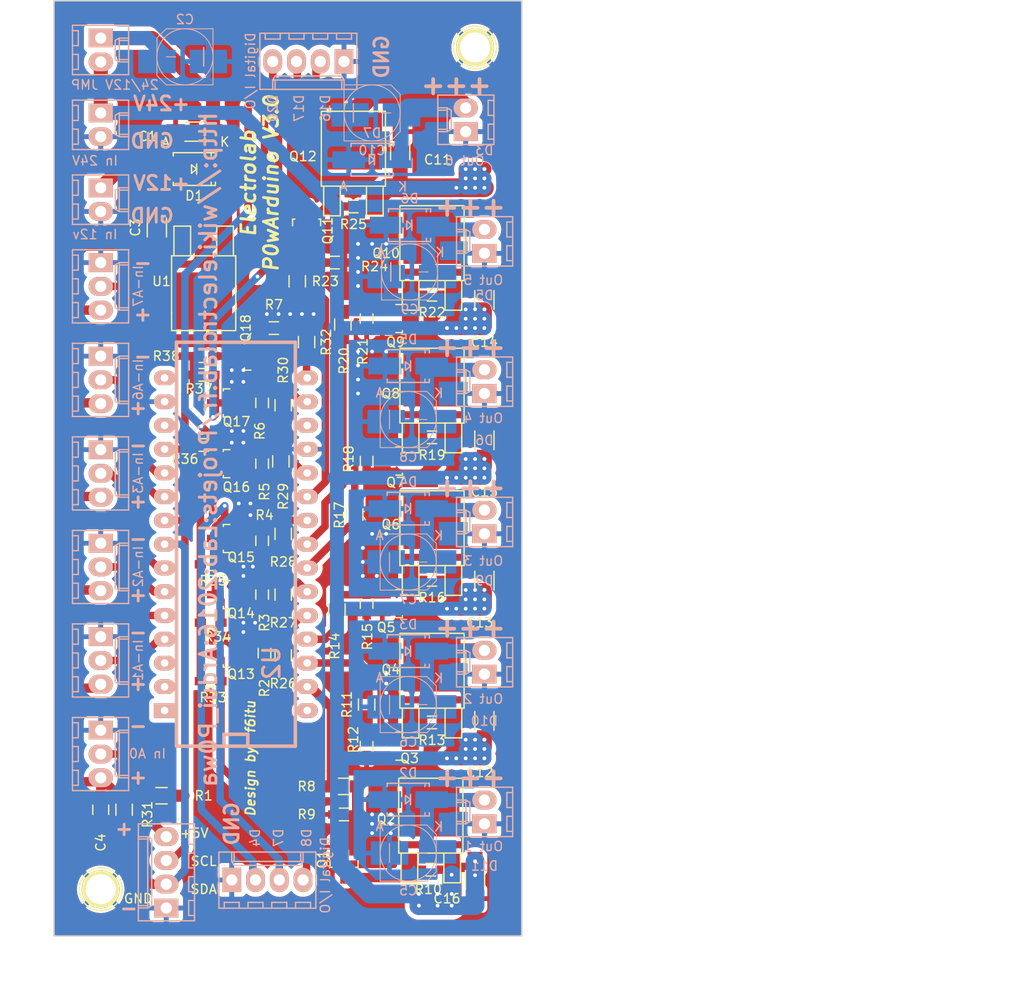
<source format=kicad_pcb>
(kicad_pcb (version 20221018) (generator pcbnew)
  (layers (0 "F.Cu" signal) (31 "B.Cu" signal) (34 "B.Paste" user) (35 "F.Paste" user) (36 "B.SilkS" user "B.Silkscreen") (37 "F.SilkS" user "F.Silkscreen") (38 "B.Mask" user) (39 "F.Mask" user) (44 "Edge.Cuts" user))
  (net 0 "")
  (net 1 "+12V")
  (net 2 "GND")
  (net 3 "Net-(C5-Pad1)")
  (net 4 "Net-(C6-Pad1)")
  (net 5 "Net-(C7-Pad1)")
  (net 6 "Net-(C8-Pad1)")
  (net 7 "Net-(C9-Pad1)")
  (net 8 "Net-(C10-Pad1)")
  (net 9 "Net-(D1-Pad2)")
  (net 10 "+5V")
  (net 11 "Net-(P8-Pad3)")
  (net 12 "Net-(Q1-Pad1)")
  (net 13 "Net-(Q3-Pad1)")
  (net 14 "Net-(Q5-Pad1)")
  (net 15 "Net-(Q7-Pad1)")
  (net 16 "Net-(Q9-Pad1)")
  (net 17 "Net-(Q10-Pad1)")
  (net 18 "Net-(Q11-Pad1)")
  (net 19 "Net-(R8-Pad2)")
  (net 20 "Net-(R11-Pad2)")
  (net 21 "Net-(R14-Pad2)")
  (net 22 "Net-(R17-Pad2)")
  (net 23 "Net-(R20-Pad2)")
  (net 24 "Net-(R23-Pad2)")
  (net 25 "Net-(Q1-Pad3)")
  (net 26 "Net-(Q3-Pad3)")
  (net 27 "Net-(Q5-Pad3)")
  (net 28 "Net-(Q7-Pad3)")
  (net 29 "Net-(Q11-Pad3)")
  (net 30 "Net-(P17-Pad2)")
  (net 31 "Net-(P17-Pad3)")
  (net 32 "Net-(P17-Pad4)")
  (net 33 "Net-(P18-Pad2)")
  (net 34 "Net-(P18-Pad3)")
  (net 35 "Net-(P18-Pad4)")
  (net 36 "Net-(Q13-Pad1)")
  (net 37 "Net-(Q14-Pad1)")
  (net 38 "Net-(Q15-Pad1)")
  (net 39 "Net-(Q16-Pad1)")
  (net 40 "Net-(Q17-Pad1)")
  (net 41 "Net-(Q18-Pad1)")
  (net 42 "Net-(R26-Pad2)")
  (net 43 "Net-(R27-Pad2)")
  (net 44 "Net-(R28-Pad2)")
  (net 45 "Net-(R29-Pad2)")
  (net 46 "Net-(R30-Pad2)")
  (net 47 "Net-(R32-Pad2)")
  (net 48 "Net-(C11-Pad2)")
  (net 49 "Net-(P2-Pad2)")
  (net 50 "Net-(P3-Pad2)")
  (net 51 "Net-(P4-Pad2)")
  (net 52 "Net-(P5-Pad2)")
  (net 53 "Net-(P6-Pad2)")
  (net 54 "Net-(P7-Pad2)")
  (net 55 "Net-(P8-Pad2)")
  (footprint "Capacitors_SMD:C_1206_HandSoldering" (layer "F.Cu") (at 122 74 180)
    (fp_text reference "C1")
    (fp_text value "100n")
  )
  (footprint "Capacitors_SMD:C_1206_HandSoldering" (layer "F.Cu") (at 118 84.25 90)
    (fp_text reference "C3")
    (fp_text value "100n")
  )
  (footprint "Capacitors_SMD:C_0805_HandSoldering" (layer "F.Cu") (at 112 146.5 -90)
    (fp_text reference "C4")
    (fp_text value "10n")
  )
  (footprint "TO_SOT_Packages_SMD:SOT-23_Handsoldering" (layer "F.Cu") (at 138 152 180)
    (fp_text reference "Q1")
    (fp_text value "2N7000")
  )
  (footprint "TO_SOT_Packages_SMD:TO-252-2Lead" (layer "F.Cu") (at 147.273 152.654)
    (fp_text reference "Q2")
    (fp_text value "IRFR9014")
  )
  (footprint "TO_SOT_Packages_SMD:SOT-23_Handsoldering" (layer "F.Cu") (at 143.59 139.7 -90)
    (fp_text reference "Q3")
    (fp_text value "2N7000")
  )
  (footprint "TO_SOT_Packages_SMD:TO-252-2Lead" (layer "F.Cu") (at 147.4 137.16)
    (fp_text reference "Q4")
    (fp_text value "IRFR9014")
  )
  (footprint "TO_SOT_Packages_SMD:SOT-23_Handsoldering" (layer "F.Cu") (at 143.59 124.46 -90)
    (fp_text reference "Q5")
    (fp_text value "2N7000")
  )
  (footprint "TO_SOT_Packages_SMD:TO-252-2Lead" (layer "F.Cu") (at 147.4 121.92)
    (fp_text reference "Q6")
    (fp_text value "IRFR9014")
  )
  (footprint "TO_SOT_Packages_SMD:SOT-23_Handsoldering" (layer "F.Cu") (at 143.59 109.22 -90)
    (fp_text reference "Q7")
    (fp_text value "2N7000")
  )
  (footprint "TO_SOT_Packages_SMD:TO-252-2Lead" (layer "F.Cu") (at 147.4 106.68)
    (fp_text reference "Q8")
    (fp_text value "IRFR9014")
  )
  (footprint "TO_SOT_Packages_SMD:SOT-23_Handsoldering" (layer "F.Cu") (at 143.59 93.98 -90)
    (fp_text reference "Q9")
    (fp_text value "2N7000")
  )
  (footprint "TO_SOT_Packages_SMD:TO-252-2Lead" (layer "F.Cu") (at 147.4 91.44)
    (fp_text reference "Q10")
    (fp_text value "IRFR9014")
  )
  (footprint "TO_SOT_Packages_SMD:SOT-23_Handsoldering" (layer "F.Cu") (at 134 84)
    (fp_text reference "Q11")
    (fp_text value "2N7000")
  )
  (footprint "TO_SOT_Packages_SMD:TO-252-2Lead" (layer "F.Cu") (at 139 81.35)
    (fp_text reference "Q12")
    (fp_text value "IRFR9014")
  )
  (footprint "TO_SOT_Packages_SMD:TO-252-2Lead" (layer "F.Cu") (at 123 85.75 180)
    (fp_text reference "U1")
    (fp_text value "LM7805")
  )
  (footprint "Diodes_SMD:SMA_Handsoldering" (layer "F.Cu") (at 122 78 180)
    (fp_text reference "D1")
    (fp_text value "SS-26")
  )
  (footprint "Resistors_SMD:R_0805_HandSoldering" (layer "F.Cu") (at 140.415 135.255 90)
    (fp_text reference "R11")
    (fp_text value "1k")
  )
  (footprint "Resistors_SMD:R_0603_HandSoldering" (layer "F.Cu") (at 140.415 139.7 -90)
    (fp_text reference "R12")
    (fp_text value "10k")
  )
  (footprint "Resistors_SMD:R_0603_HandSoldering" (layer "F.Cu") (at 147.4 137.16 180)
    (fp_text reference "R13")
    (fp_text value "10k")
  )
  (footprint "Resistors_SMD:R_0805_HandSoldering" (layer "F.Cu") (at 137.24 125.095 -90)
    (fp_text reference "R14")
    (fp_text value "1k")
  )
  (footprint "Resistors_SMD:R_0603_HandSoldering" (layer "F.Cu") (at 140.415 124.46 -90)
    (fp_text reference "R15")
    (fp_text value "10k")
  )
  (footprint "Resistors_SMD:R_0603_HandSoldering" (layer "F.Cu") (at 147.4 121.92 180)
    (fp_text reference "R16")
    (fp_text value "10k")
  )
  (footprint "Resistors_SMD:R_0805_HandSoldering" (layer "F.Cu") (at 139.145 114.935 -90)
    (fp_text reference "R17")
    (fp_text value "1k")
  )
  (footprint "Resistors_SMD:R_0603_HandSoldering" (layer "F.Cu") (at 140.415 109.22 -90)
    (fp_text reference "R18")
    (fp_text value "10k")
  )
  (footprint "Resistors_SMD:R_0603_HandSoldering" (layer "F.Cu") (at 147.4 106.68 180)
    (fp_text reference "R19")
    (fp_text value "10k")
  )
  (footprint "Resistors_SMD:R_0805_HandSoldering" (layer "F.Cu") (at 137.875 94.615 -90)
    (fp_text reference "R20")
    (fp_text value "1k")
  )
  (footprint "Resistors_SMD:R_0603_HandSoldering" (layer "F.Cu") (at 140.415 93.98 -90)
    (fp_text reference "R21")
    (fp_text value "10k")
  )
  (footprint "Resistors_SMD:R_0603_HandSoldering" (layer "F.Cu") (at 147.4 91.44 180)
    (fp_text reference "R22")
    (fp_text value "10k")
  )
  (footprint "Resistors_SMD:R_0805_HandSoldering" (layer "F.Cu") (at 133 90 -90)
    (fp_text reference "R23")
    (fp_text value "1k")
  )
  (footprint "Resistors_SMD:R_0603_HandSoldering" (layer "F.Cu") (at 137 88)
    (fp_text reference "R24")
    (fp_text value "10k")
  )
  (footprint "Resistors_SMD:R_0603_HandSoldering" (layer "F.Cu") (at 139 82 180)
    (fp_text reference "R25")
    (fp_text value "10k")
  )
  (footprint "Resistors_SMD:R_0805_HandSoldering" (layer "F.Cu") (at 114.5 146.5 90)
    (fp_text reference "R31")
    (fp_text value "10k")
  )
  (footprint "Resistors_SMD:R_0805_HandSoldering" (layer "F.Cu") (at 118.5 145 180)
    (fp_text reference "R1")
    (fp_text value "10k")
  )
  (footprint "Resistors_SMD:R_0805_HandSoldering" (layer "F.Cu") (at 138 144 180)
    (fp_text reference "R8")
    (fp_text value "1k")
  )
  (footprint "Resistors_SMD:R_0603_HandSoldering" (layer "F.Cu") (at 138 147 180)
    (fp_text reference "R9")
    (fp_text value "10k")
  )
  (footprint "Resistors_SMD:R_0603_HandSoldering" (layer "F.Cu") (at 147.273 152.908 180)
    (fp_text reference "R10")
    (fp_text value "10k")
  )
  (footprint "TO_SOT_Packages_SMD:SOT-23_Handsoldering" (layer "F.Cu") (at 125.75 129.75 90)
    (fp_text reference "Q13")
    (fp_text value "2N7000")
  )
  (footprint "TO_SOT_Packages_SMD:SOT-23_Handsoldering" (layer "F.Cu") (at 125.75 123.5 90)
    (fp_text reference "Q14")
    (fp_text value "2N7000")
  )
  (footprint "TO_SOT_Packages_SMD:SOT-23_Handsoldering" (layer "F.Cu") (at 125.75 117.5 90)
    (fp_text reference "Q15")
    (fp_text value "2N7000")
  )
  (footprint "TO_SOT_Packages_SMD:SOT-23_Handsoldering" (layer "F.Cu") (at 125.75 109.5 90)
    (fp_text reference "Q16")
    (fp_text value "2N7000")
  )
  (footprint "TO_SOT_Packages_SMD:SOT-23_Handsoldering" (layer "F.Cu") (at 125.75 103 90)
    (fp_text reference "Q17")
    (fp_text value "2N7000")
  )
  (footprint "TO_SOT_Packages_SMD:SOT-23_Handsoldering" (layer "F.Cu") (at 128 98 90)
    (fp_text reference "Q18")
    (fp_text value "2N7000")
  )
  (footprint "Resistors_SMD:R_0603_HandSoldering" (layer "F.Cu") (at 129.5 129.75 90)
    (fp_text reference "R2")
    (fp_text value "10k")
  )
  (footprint "Resistors_SMD:R_0603_HandSoldering" (layer "F.Cu") (at 129.25 123.5 90)
    (fp_text reference "R3")
    (fp_text value "10k")
  )
  (footprint "Resistors_SMD:R_0603_HandSoldering" (layer "F.Cu") (at 129.25 117.75 90)
    (fp_text reference "R4")
    (fp_text value "10k")
  )
  (footprint "Resistors_SMD:R_0603_HandSoldering" (layer "F.Cu") (at 129.25 109.5 90)
    (fp_text reference "R5")
    (fp_text value "10k")
  )
  (footprint "Resistors_SMD:R_0603_HandSoldering" (layer "F.Cu") (at 129.25 103 90)
    (fp_text reference "R6")
    (fp_text value "10k")
  )
  (footprint "Resistors_SMD:R_0603_HandSoldering" (layer "F.Cu") (at 130.5 95 180)
    (fp_text reference "R7")
    (fp_text value "10k")
  )
  (footprint "Resistors_SMD:R_0805_HandSoldering" (layer "F.Cu") (at 131.5 130 90)
    (fp_text reference "R26")
    (fp_text value "1k")
  )
  (footprint "Resistors_SMD:R_0805_HandSoldering" (layer "F.Cu") (at 131.5 123.5 90)
    (fp_text reference "R27")
    (fp_text value "1k")
  )
  (footprint "Resistors_SMD:R_0805_HandSoldering" (layer "F.Cu") (at 131.5 117 90)
    (fp_text reference "R28")
    (fp_text value "1k")
  )
  (footprint "Resistors_SMD:R_0805_HandSoldering" (layer "F.Cu") (at 131.25 109.25 90)
    (fp_text reference "R29")
    (fp_text value "1k")
  )
  (footprint "Resistors_SMD:R_0805_HandSoldering" (layer "F.Cu") (at 131.5 103.25 90)
    (fp_text reference "R30")
    (fp_text value "1k")
  )
  (footprint "Resistors_SMD:R_0805_HandSoldering" (layer "F.Cu") (at 134 96.5 -90)
    (fp_text reference "R32")
    (fp_text value "1k")
  )
  (footprint "Resistors_SMD:R_0603_HandSoldering" (layer "F.Cu") (at 123.75 132.75)
    (fp_text reference "R33")
    (fp_text value "10k")
  )
  (footprint "Resistors_SMD:R_0603_HandSoldering" (layer "F.Cu") (at 123.75 126.5)
    (fp_text reference "R34")
    (fp_text value "10k")
  )
  (footprint "Resistors_SMD:R_0603_HandSoldering" (layer "F.Cu") (at 123.75 120.25)
    (fp_text reference "R35")
    (fp_text value "10k")
  )
  (footprint "Resistors_SMD:R_0603_HandSoldering" (layer "F.Cu") (at 123 107.5)
    (fp_text reference "R36")
    (fp_text value "10k")
  )
  (footprint "Resistors_SMD:R_0603_HandSoldering" (layer "F.Cu") (at 123 100)
    (fp_text reference "R37")
    (fp_text value "10k")
  )
  (footprint "Resistors_SMD:R_0603_HandSoldering" (layer "F.Cu") (at 123 98)
    (fp_text reference "R38")
    (fp_text value "10k")
  )
  (footprint "Connect:1pin" (layer "F.Cu") (at 152 65)
    (fp_text reference "")
    (fp_text value ".")
  )
  (footprint "Connect:1pin" (layer "F.Cu") (at 112 155)
    (fp_text reference "")
    (fp_text value ".")
  )
  (footprint "Capacitors_SMD:C_1206_HandSoldering" (layer "F.Cu") (at 144 76 -90)
    (fp_text reference "C11")
    (fp_text value "100n")
  )
  (footprint "Capacitors_SMD:C_1206_HandSoldering" (layer "F.Cu") (at 153 137 -90)
    (fp_text reference "C12")
    (fp_text value "100n")
  )
  (footprint "Capacitors_SMD:C_1206_HandSoldering" (layer "F.Cu") (at 153 122 -90)
    (fp_text reference "C13")
    (fp_text value "100n")
  )
  (footprint "Capacitors_SMD:C_1206_HandSoldering" (layer "F.Cu") (at 153 92 -90)
    (fp_text reference "C14")
    (fp_text value "100n")
  )
  (footprint "Capacitors_SMD:C_1206_HandSoldering" (layer "F.Cu") (at 153 107 -90)
    (fp_text reference "C15")
    (fp_text value "100n")
  )
  (footprint "Capacitors_SMD:C_1206_HandSoldering" (layer "F.Cu") (at 152 154 90)
    (fp_text reference "C16")
    (fp_text value "100n")
  )
  (footprint "ventirad:arduino_nano" (layer "B.Cu") (at 126.445 116.84 90)
    (fp_text reference "U2")
    (fp_text value "http://wiki.electrolab.fr/Projets:Lab:2016:Ardui_P0wa")
  )
  (footprint "Diodes_SMD:SMA_Handsoldering" (layer "B.Cu") (at 144.86 145.415 180)
    (fp_text reference "D2")
    (fp_text value "SS-26")
  )
  (footprint "Diodes_SMD:SMA_Handsoldering" (layer "B.Cu") (at 144.86 129.54 180)
    (fp_text reference "D3")
    (fp_text value "SS-26")
  )
  (footprint "Diodes_SMD:SMA_Handsoldering" (layer "B.Cu") (at 144.86 114.3 180)
    (fp_text reference "D4")
    (fp_text value "SS-26")
  )
  (footprint "Diodes_SMD:SMA_Handsoldering" (layer "B.Cu") (at 144.86 99.06 180)
    (fp_text reference "D5")
    (fp_text value "SS-26")
  )
  (footprint "Diodes_SMD:SMA_Handsoldering" (layer "B.Cu") (at 145 84 180)
    (fp_text reference "D6")
    (fp_text value "SS-26")
  )
  (footprint "Diodes_SMD:SMA_Handsoldering" (layer "B.Cu") (at 141 77 180)
    (fp_text reference "D7")
    (fp_text value "SS-26")
  )
  (footprint "cap_pol:c_elec_6.3x7.7" (layer "B.Cu") (at 121 66 180)
    (fp_text reference "C2")
    (fp_text value "200u")
  )
  (footprint "cap_pol:c_elec_6.3x7.7" (layer "B.Cu") (at 144.86 151.13)
    (fp_text reference "C5")
    (fp_text value "100u")
  )
  (footprint "cap_pol:c_elec_6.3x7.7" (layer "B.Cu") (at 144.86 135.255)
    (fp_text reference "C6")
    (fp_text value "100u")
  )
  (footprint "cap_pol:c_elec_6.3x7.7" (layer "B.Cu") (at 144.86 120.015)
    (fp_text reference "C7")
    (fp_text value "100u")
  )
  (footprint "cap_pol:c_elec_6.3x7.7" (layer "B.Cu") (at 144.86 104.775)
    (fp_text reference "C8")
    (fp_text value "100u")
  )
  (footprint "cap_pol:c_elec_6.3x7.7" (layer "B.Cu") (at 145 89)
    (fp_text reference "C9")
    (fp_text value "100u")
  )
  (footprint "cap_pol:c_elec_6.3x7.7" (layer "B.Cu") (at 141 72)
    (fp_text reference "C10")
    (fp_text value "100u")
  )
  (footprint "kk:Molex_KK_6410-02" (layer "B.Cu") (at 112 80 -90)
    (fp_text reference "")
    (fp_text value "In 12v")
  )
  (footprint "kk:Molex_KK_6410-03" (layer "B.Cu") (at 112 138 -90)
    (fp_text reference "")
    (fp_text value "In A0")
  )
  (footprint "kk:Molex_KK_6410-03" (layer "B.Cu") (at 112 128 -90)
    (fp_text reference "")
    (fp_text value "In-A1")
  )
  (footprint "kk:Molex_KK_6410-03" (layer "B.Cu") (at 112 118 -90)
    (fp_text reference "")
    (fp_text value "In-A2")
  )
  (footprint "kk:Molex_KK_6410-03" (layer "B.Cu") (at 112 108 -90)
    (fp_text reference "")
    (fp_text value "In-A3")
  )
  (footprint "kk:Molex_KK_6410-03" (layer "B.Cu") (at 112 98 -90)
    (fp_text reference "")
    (fp_text value "In-A6")
  )
  (footprint "kk:Molex_KK_6410-03" (layer "B.Cu") (at 112 88 -90)
    (fp_text reference "")
    (fp_text value "In-A7")
  )
  (footprint "kk:Molex_KK_6410-04" (layer "B.Cu") (at 119 157 90)
    (fp_text reference "")
    (fp_text value "SCL")
  )
  (footprint "kk:Molex_KK_6410-02" (layer "B.Cu") (at 112 72 -90)
    (fp_text reference "")
    (fp_text value "In 24V")
  )
  (footprint "kk:Molex_KK_6410-02" (layer "B.Cu") (at 112 64 -90)
    (fp_text reference "")
    (fp_text value "24/12V JMP")
  )
  (footprint "kk:Molex_KK_6410-02" (layer "B.Cu") (at 153 148 90)
    (fp_text reference "")
    (fp_text value "Out 1")
  )
  (footprint "kk:Molex_KK_6410-02" (layer "B.Cu") (at 153 132 90)
    (fp_text reference "")
    (fp_text value "Out 2")
  )
  (footprint "kk:Molex_KK_6410-02" (layer "B.Cu") (at 153 117 90)
    (fp_text reference "")
    (fp_text value "Out 3")
  )
  (footprint "kk:Molex_KK_6410-02" (layer "B.Cu") (at 153 102 90)
    (fp_text reference "")
    (fp_text value "Out 4")
  )
  (footprint "kk:Molex_KK_6410-02" (layer "B.Cu") (at 153 87 90)
    (fp_text reference "")
    (fp_text value "Out 5")
  )
  (footprint "kk:Molex_KK_6410-02" (layer "B.Cu") (at 151 74 90)
    (fp_text reference "")
    (fp_text value "Out 6")
  )
  (footprint "kk:Molex_KK_6410-04" (layer "B.Cu") (at 126 154)
    (fp_text reference "")
    (fp_text value "Digital I/O")
  )
  (footprint "kk:Molex_KK_6410-04" (layer "B.Cu") (at 138 66.5 180)
    (fp_text reference "")
    (fp_text value "Digital I/O")
  )
  (gr_line (start 157 160) (end 107 160) (stroke (width 0.15)) (layer "Edge.Cuts"))
  (gr_line (start 107 160) (end 107 60) (stroke (width 0.15)) (layer "Edge.Cuts"))
  (gr_line (start 107 60) (end 157 60) (stroke (width 0.15)) (layer "Edge.Cuts"))
  (gr_line (start 157 60) (end 157 160) (stroke (width 0.15)) (layer "Edge.Cuts"))
  (gr_text "+++" (at 151.5 143) (layer "B.SilkS") (effects (font (size 2 2) (thickness 0.4))))
  (gr_text "+++" (at 151.5 127) (layer "B.SilkS") (effects (font (size 2 2) (thickness 0.4))))
  (gr_text "+++" (at 151.5 112) (layer "B.SilkS") (effects (font (size 2 2) (thickness 0.4))))
  (gr_text "+++" (at 151.5 97) (layer "B.SilkS") (effects (font (size 2 2) (thickness 0.4))))
  (gr_text "+++" (at 151.5 82) (layer "B.SilkS") (effects (font (size 2 2) (thickness 0.4))))
  (gr_text "GND\n" (at 117.5 75) (layer "B.SilkS") (effects (font (size 1.5 1.5) (thickness 0.3)) (justify mirror)))
  (gr_text "+" (at 116.5 93.5) (layer "B.SilkS") (effects (font (size 1.5 1.5) (thickness 0.3))))
  (gr_text "+" (at 116 123.5) (layer "B.SilkS") (effects (font (size 1.5 1.5) (thickness 0.3))))
  (gr_text "+" (at 116 113.5) (layer "B.SilkS") (effects (font (size 1.5 1.5) (thickness 0.3))))
  (gr_text "+" (at 116 133) (layer "B.SilkS") (effects (font (size 1.5 1.5) (thickness 0.3))))
  (gr_text "+" (at 116 143) (layer "B.SilkS") (effects (font (size 1.5 1.5) (thickness 0.3))))
  (gr_text "+" (at 114.5 148.5) (layer "B.SilkS") (effects (font (size 1.5 1.5) (thickness 0.3))))
  (gr_text "-" (at 115 157) (layer "B.SilkS") (effects (font (size 1.5 1.5) (thickness 0.3))))
  (gr_text "-" (at 116 117.5) (layer "B.SilkS") (effects (font (size 1.5 1.5) (thickness 0.3))))
  (gr_text "-" (at 116 137.5) (layer "B.SilkS") (effects (font (size 1.5 1.5) (thickness 0.3))))
  (gr_text "-" (at 116 107.5) (layer "B.SilkS") (effects (font (size 1.5 1.5) (thickness 0.3))))
  (gr_text "-" (at 116.5 98) (layer "B.SilkS") (effects (font (size 1.5 1.5) (thickness 0.3))))
  (gr_text "+" (at 116 103.5) (layer "B.SilkS") (effects (font (size 1.5 1.5) (thickness 0.3))))
  (gr_text "-" (at 116 127.5) (layer "B.SilkS") (effects (font (size 1.5 1.5) (thickness 0.3))))
  (gr_text "GND" (at 142 66 90) (layer "B.SilkS") (effects (font (size 1.5 1.5) (thickness 0.3)) (justify mirror)))
  (gr_text "D8\n" (at 134 149.5 90) (layer "B.SilkS") (effects (font (size 1 1)) (justify mirror)))
  (gr_text "D7\n" (at 131 149.5 90) (layer "B.SilkS") (effects (font (size 1 1)) (justify mirror)))
  (gr_text "D4\n" (at 128.5 149.5 90) (layer "B.SilkS") (effects (font (size 1 1)) (justify mirror)))
  (gr_text "D16\n" (at 136 71.5 90) (layer "B.SilkS") (effects (font (size 1 1)) (justify mirror)))
  (gr_text "D17\n\n" (at 134 71.5 90) (layer "B.SilkS") (effects (font (size 1 1)) (justify mirror)))
  (gr_text "D3" (at 153 76) (layer "B.SilkS") (effects (font (size 1 1)) (justify mirror)))
  (gr_text "D5" (at 153 91.5) (layer "B.SilkS") (effects (font (size 1 1)) (justify mirror)))
  (gr_text "D6" (at 153 107) (layer "B.SilkS") (effects (font (size 1 1)) (justify mirror)))
  (gr_text "D9" (at 153 122) (layer "B.SilkS") (effects (font (size 1 1)) (justify mirror)))
  (gr_text "D10" (at 153 137) (layer "B.SilkS") (effects (font (size 1 1)) (justify mirror)))
  (gr_text "+12V\n" (at 118.5 79.5) (layer "B.SilkS") (effects (font (size 1.5 1.5) (thickness 0.3)) (justify mirror)))
  (gr_text "-" (at 116.5 88) (layer "B.SilkS") (effects (font (size 1.5 1.5) (thickness 0.3))))
  (gr_text "GND\n" (at 117.5 83) (layer "B.SilkS") (effects (font (size 1.5 1.5) (thickness 0.3)) (justify mirror)))
  (gr_text "GND" (at 126 148 90) (layer "B.SilkS") (effects (font (size 1.5 1.5) (thickness 0.3)) (justify mirror)))
  (gr_text "+++" (at 150 69) (layer "B.SilkS") (effects (font (size 2 2) (thickness 0.4))))
  (gr_text "D11" (at 153 152.5) (layer "B.SilkS") (effects (font (size 1 1)) (justify mirror)))
  (gr_text "+24V" (at 118.5 71) (layer "B.SilkS") (effects (font (size 1.5 1.5) (thickness 0.3)) (justify mirror)))
  (gr_text "D20\n\n\n" (at 132 71.5 90) (layer "B.SilkS") (effects (font (size 1 1)) (justify mirror)))
  (gr_text "SDA\n" (at 123 155) (layer "F.SilkS") (effects (font (size 1 1))))
  (gr_text "Design by  f6itu" (at 128 141 90) (layer "F.SilkS") (effects (font (size 1 1) (thickness 0.2) italic)))
  (gr_text "GND\n" (at 116 156) (layer "F.SilkS") (effects (font (size 1 1))))
  (gr_text "+5V" (at 122 149) (layer "F.SilkS") (effects (font (size 1 1))))
  (gr_text "Electrolab\nP0wArduino V3.0" (at 129 79.5 90) (layer "F.SilkS") (effects (font (size 1.5 1.5) (thickness 0.3) italic)))
  (segment (start 125.286 78.78664) (end 124 77.50064) (width 1.5) (layer "F.Cu") (net 1))
  (segment (start 124 77.50064) (end 124.49936 78) (width 1.5) (layer "F.Cu") (net 1))
  (segment (start 124 77.50064) (end 124.49936 78) (width 1.5) (layer "F.Cu") (net 1))
  (segment (start 117.5 64) (end 124 70.5) (width 1.5) (layer "F.Cu") (net 1))
  (segment (start 124 70.5) (end 124 74) (width 1.5) (layer "F.Cu") (net 1))
  (segment (start 124 74) (end 124 77.50064) (width 1.5) (layer "F.Cu") (net 1))
  (segment (start 112 64) (end 117.5 64) (width 1.5) (layer "F.Cu") (net 1))
  (segment (start 125.286 85.75) (end 125.286 78.78664) (width 1.5) (layer "F.Cu") (net 1))
  (segment (start 117 64) (end 119 66) (width 1.5) (layer "B.Cu") (net 1))
  (segment (start 112 64) (end 117 64) (width 1.5) (layer "B.Cu") (net 1))
  (segment (start 127.25114 121.50114) (end 127.25 121.5) (width 0.8) (layer "F.Cu") (net 2))
  (segment (start 127.25 120.5) (end 128.25 120.5) (width 0.8) (layer "F.Cu") (net 2))
  (segment (start 126.75 113.75) (end 128 113.75) (width 0.8) (layer "F.Cu") (net 2))
  (segment (start 128 115) (end 127.25114 115.74886) (width 0.8) (layer "F.Cu") (net 2))
  (segment (start 127.25114 115.74886) (end 127.25114 116.55) (width 0.8) (layer "F.Cu") (net 2))
  (segment (start 127.25114 127.50114) (end 127.25 127.5) (width 0.8) (layer "F.Cu") (net 2))
  (segment (start 127.25 126.5) (end 128.5 126.5) (width 0.8) (layer "F.Cu") (net 2))
  (segment (start 129.4 93.85) (end 129.75 93.5) (width 0.8) (layer "F.Cu") (net 2))
  (segment (start 131 93.5) (end 132.25 93.5) (width 0.8) (layer "F.Cu") (net 2))
  (segment (start 133.5 93.5) (end 134.75 93.5) (width 0.8) (layer "F.Cu") (net 2))
  (segment (start 127.25114 100.75114) (end 127.25 100.75) (width 0.8) (layer "F.Cu") (net 2))
  (segment (start 127.25 99.5) (end 126 99.5) (width 0.8) (layer "F.Cu") (net 2))
  (segment (start 127.25114 107.25114) (end 127.25 107.25) (width 0.8) (layer "F.Cu") (net 2))
  (segment (start 127.25 106) (end 126 106) (width 0.8) (layer "F.Cu") (net 2))
  (segment (start 142.5 86) (end 141 86) (width 0.25) (layer "F.Cu") (net 2))
  (segment (start 139.5 86) (end 139.5 87.5) (width 0.25) (layer "F.Cu") (net 2))
  (segment (start 139.5 89) (end 139.5 90.5) (width 0.25) (layer "F.Cu") (net 2))
  (segment (start 142.5 117) (end 141 117) (width 0.25) (layer "F.Cu") (net 2))
  (segment (start 140 118.5) (end 140 120) (width 0.25) (layer "F.Cu") (net 2))
  (segment (start 140 121.5) (end 141.5 121.5) (width 0.25) (layer "F.Cu") (net 2))
  (segment (start 142.5 132) (end 142.5 133) (width 0.25) (layer "F.Cu") (net 2))
  (segment (start 142.5 134) (end 142.5 137) (width 0.25) (layer "F.Cu") (net 2))
  (segment (start 142.5 97.5) (end 141 97.5) (width 0.25) (layer "F.Cu") (net 2))
  (segment (start 139.5 97.5) (end 139.5 99) (width 0.25) (layer "F.Cu") (net 2))
  (segment (start 139.5 100.5) (end 139.5 102) (width 0.25) (layer "F.Cu") (net 2))
  (segment (start 143 149) (end 143 148) (width 0.25) (layer "F.Cu") (net 2))
  (segment (start 143 147) (end 142 147) (width 0.25) (layer "F.Cu") (net 2))
  (segment (start 141 147) (end 141 148) (width 0.25) (layer "F.Cu") (net 2))
  (segment (start 127.25114 128.8) (end 127.25114 127.50114) (width 0.8) (layer "F.Cu") (net 2))
  (segment (start 127.25114 102.05) (end 127.25114 100.75114) (width 0.8) (layer "F.Cu") (net 2))
  (segment (start 129.4 95) (end 129.4 93.85) (width 0.8) (layer "F.Cu") (net 2))
  (segment (start 127.25114 108.55) (end 127.25114 107.25114) (width 0.8) (layer "F.Cu") (net 2))
  (segment (start 127.25114 122.55) (end 127.25114 121.50114) (width 0.8) (layer "F.Cu") (net 2))
  (via (at 140 120) (size 0.6) (drill 0.4) (layers "F.Cu" "B.Cu") (net 2))
  (via (at 141.5 121.5) (size 0.6) (drill 0.4) (layers "F.Cu" "B.Cu") (net 2))
  (via (at 127.25 99.5) (size 0.6) (drill 0.4) (layers "F.Cu" "B.Cu") (net 2))
  (via (at 141 97.5) (size 0.6) (drill 0.4) (layers "F.Cu" "B.Cu") (net 2))
  (via (at 139.5 89) (size 0.6) (drill 0.4) (layers "F.Cu" "B.Cu") (net 2))
  (via (at 127.25 106) (size 0.6) (drill 0.4) (layers "F.Cu" "B.Cu") (net 2))
  (via (at 143 149) (size 0.6) (drill 0.4) (layers "F.Cu" "B.Cu") (net 2))
  (via (at 134.75 93.5) (size 0.6) (drill 0.4) (layers "F.Cu" "B.Cu") (net 2))
  (via (at 141 148) (size 0.6) (drill 0.4) (layers "F.Cu" "B.Cu") (net 2))
  (via (at 142 147) (size 0.6) (drill 0.4) (layers "F.Cu" "B.Cu") (net 2))
  (via (at 131 93.5) (size 0.6) (drill 0.4) (layers "F.Cu" "B.Cu") (net 2))
  (via (at 141 149) (size 0.6) (drill 0.4) (layers "F.Cu" "B.Cu") (net 2))
  (via (at 142.5 132) (size 0.6) (drill 0.4) (layers "F.Cu" "B.Cu") (net 2))
  (via (at 128 113.75) (size 0.6) (drill 0.4) (layers "F.Cu" "B.Cu") (net 2))
  (via (at 127.25 126.5) (size 0.6) (drill 0.4) (layers "F.Cu" "B.Cu") (net 2))
  (via (at 142.5 97.5) (size 0.6) (drill 0.4) (layers "F.Cu" "B.Cu") (net 2))
  (via (at 139.5 99) (size 0.6) (drill 0.4) (layers "F.Cu" "B.Cu") (net 2))
  (via (at 126 106) (size 0.6) (drill 0.4) (layers "F.Cu" "B.Cu") (net 2))
  (via (at 143 148) (size 0.6) (drill 0.4) (layers "F.Cu" "B.Cu") (net 2))
  (via (at 126 107.25) (size 0.6) (drill 0.4) (layers "F.Cu" "B.Cu") (net 2))
  (via (at 128.5 126.5) (size 0.6) (drill 0.4) (layers "F.Cu" "B.Cu") (net 2))
  (via (at 126.75 113.75) (size 0.6) (drill 0.4) (layers "F.Cu" "B.Cu") (net 2))
  (via (at 139.5 90.5) (size 0.6) (drill 0.4) (layers "F.Cu" "B.Cu") (net 2))
  (via (at 128 115) (size 0.6) (drill 0.4) (layers "F.Cu" "B.Cu") (net 2))
  (via (at 143 147) (size 0.6) (drill 0.4) (layers "F.Cu" "B.Cu") (net 2))
  (via (at 140 121.5) (size 0.6) (drill 0.4) (layers "F.Cu" "B.Cu") (net 2))
  (via (at 127.25 107.25) (size 0.6) (drill 0.4) (layers "F.Cu" "B.Cu") (net 2))
  (via (at 126 100.75) (size 0.6) (drill 0.4) (layers "F.Cu" "B.Cu") (net 2))
  (via (at 127.25 100.75) (size 0.6) (drill 0.4) (layers "F.Cu" "B.Cu") (net 2))
  (via (at 142.5 86) (size 0.6) (drill 0.4) (layers "F.Cu" "B.Cu") (net 2))
  (via (at 139.5 86) (size 0.6) (drill 0.4) (layers "F.Cu" "B.Cu") (net 2))
  (via (at 127.25 120.5) (size 0.6) (drill 0.4) (layers "F.Cu" "B.Cu") (net 2))
  (via (at 139.5 102) (size 0.6) (drill 0.4) (layers "F.Cu" "B.Cu") (net 2))
  (via (at 140 118.5) (size 0.6) (drill 0.4) (layers "F.Cu" "B.Cu") (net 2))
  (via (at 126 99.5) (size 0.6) (drill 0.4) (layers "F.Cu" "B.Cu") (net 2))
  (via (at 142.5 133) (size 0.6) (drill 0.4) (layers "F.Cu" "B.Cu") (net 2))
  (via (at 139.5 100.5) (size 0.6) (drill 0.4) (layers "F.Cu" "B.Cu") (net 2))
  (via (at 127.25 121.5) (size 0.6) (drill 0.4) (layers "F.Cu" "B.Cu") (net 2))
  (via (at 141 147) (size 0.6) (drill 0.4) (layers "F.Cu" "B.Cu") (net 2))
  (via (at 142.5 117) (size 0.6) (drill 0.4) (layers "F.Cu" "B.Cu") (net 2))
  (via (at 132.25 93.5) (size 0.6) (drill 0.4) (layers "F.Cu" "B.Cu") (net 2))
  (via (at 142.5 134) (size 0.6) (drill 0.4) (layers "F.Cu" "B.Cu") (net 2))
  (via (at 139.5 97.5) (size 0.6) (drill 0.4) (layers "F.Cu" "B.Cu") (net 2))
  (via (at 127.25 127.5) (size 0.6) (drill 0.4) (layers "F.Cu" "B.Cu") (net 2))
  (via (at 142.5 137) (size 0.6) (drill 0.4) (layers "F.Cu" "B.Cu") (net 2))
  (via (at 133.5 93.5) (size 0.6) (drill 0.4) (layers "F.Cu" "B.Cu") (net 2))
  (via (at 141 86) (size 0.6) (drill 0.4) (layers "F.Cu" "B.Cu") (net 2))
  (via (at 141 117) (size 0.6) (drill 0.4) (layers "F.Cu" "B.Cu") (net 2))
  (via (at 139.5 87.5) (size 0.6) (drill 0.4) (layers "F.Cu" "B.Cu") (net 2))
  (via (at 129.75 93.5) (size 0.6) (drill 0.4) (layers "F.Cu" "B.Cu") (net 2))
  (via (at 128.25 120.5) (size 0.6) (drill 0.4) (layers "F.Cu" "B.Cu") (net 2))
  (segment (start 127.25 121.5) (end 127.25 120.5) (width 0.8) (layer "B.Cu") (net 2))
  (segment (start 128.25 120.5) (end 126.75 119) (width 0.8) (layer "B.Cu") (net 2))
  (segment (start 126.75 119) (end 126.75 113.75) (width 0.8) (layer "B.Cu") (net 2))
  (segment (start 128 113.75) (end 128 115) (width 0.8) (layer "B.Cu") (net 2))
  (segment (start 127.25 127.5) (end 127.25 126.5) (width 0.8) (layer "B.Cu") (net 2))
  (segment (start 128.5 126.5) (end 127.25 125.25) (width 0.8) (layer "B.Cu") (net 2))
  (segment (start 127.25 125.25) (end 127.25 121.5) (width 0.8) (layer "B.Cu") (net 2))
  (segment (start 129.75 93.5) (end 131 93.5) (width 0.8) (layer "B.Cu") (net 2))
  (segment (start 132.25 93.5) (end 133.5 93.5) (width 0.8) (layer "B.Cu") (net 2))
  (segment (start 127.25 100.75) (end 127.25 99.5) (width 0.8) (layer "B.Cu") (net 2))
  (segment (start 126 99.5) (end 126 100.75) (width 0.8) (layer "B.Cu") (net 2))
  (segment (start 127.25 107.25) (end 127.25 106) (width 0.8) (layer "B.Cu") (net 2))
  (segment (start 126 106) (end 126 107.25) (width 0.8) (layer "B.Cu") (net 2))
  (segment (start 142.50064 87.50064) (end 142.5 87.5) (width 0.25) (layer "B.Cu") (net 2))
  (segment (start 142.5 87.5) (end 142.5 86) (width 0.25) (layer "B.Cu") (net 2))
  (segment (start 141 86) (end 139.5 86) (width 0.25) (layer "B.Cu") (net 2))
  (segment (start 139.5 87.5) (end 139.5 89) (width 0.25) (layer "B.Cu") (net 2))
  (segment (start 142.36064 116.86064) (end 142.5 117) (width 0.25) (layer "B.Cu") (net 2))
  (segment (start 141 117) (end 140 118) (width 0.25) (layer "B.Cu") (net 2))
  (segment (start 140 118) (end 140 118.5) (width 0.25) (layer "B.Cu") (net 2))
  (segment (start 140 120) (end 140 121.5) (width 0.25) (layer "B.Cu") (net 2))
  (segment (start 142.36064 131.86064) (end 142.5 132) (width 0.25) (layer "B.Cu") (net 2))
  (segment (start 142.5 133) (end 142.5 134) (width 0.25) (layer "B.Cu") (net 2))
  (segment (start 142.36064 97.63936) (end 142.5 97.5) (width 0.25) (layer "B.Cu") (net 2))
  (segment (start 141 97.5) (end 139.5 97.5) (width 0.25) (layer "B.Cu") (net 2))
  (segment (start 139.5 99) (end 139.5 100.5) (width 0.25) (layer "B.Cu") (net 2))
  (segment (start 142.86 149.14) (end 143 149) (width 0.25) (layer "B.Cu") (net 2))
  (segment (start 143 148) (end 143 147) (width 0.25) (layer "B.Cu") (net 2))
  (segment (start 142 147) (end 141 147) (width 0.25) (layer "B.Cu") (net 2))
  (segment (start 141 148) (end 141 149) (width 0.25) (layer "B.Cu") (net 2))
  (segment (start 142 145.77564) (end 142.36064 145.415) (width 0.25) (layer "B.Cu") (net 2))
  (segment (start 142.36064 99.06) (end 142.36064 97.63936) (width 0.25) (layer "B.Cu") (net 2))
  (segment (start 142.36064 129.54) (end 142.36064 131.86064) (width 0.25) (layer "B.Cu") (net 2))
  (segment (start 142.36064 114.3) (end 142.36064 116.86064) (width 0.25) (layer "B.Cu") (net 2))
  (segment (start 142.86 151.13) (end 142.86 149.14) (width 0.25) (layer "B.Cu") (net 2))
  (segment (start 142.50064 84) (end 142.50064 87.50064) (width 0.25) (layer "B.Cu") (net 2))
  (segment (start 142 147) (end 142 145.77564) (width 0.25) (layer "B.Cu") (net 2))
  (segment (start 147.527 146.05) (end 147.273 146.304) (width 1.5) (layer "F.Cu") (net 3))
  (segment (start 147.527 146.05) (end 147.273 146.304) (width 1.5) (layer "F.Cu") (net 3))
  (segment (start 148.117 145.46) (end 147.273 146.304) (width 1.5) (layer "F.Cu") (net 3))
  (segment (start 153 145.46) (end 148.117 145.46) (width 1.5) (layer "F.Cu") (net 3))
  (segment (start 147.40436 145.46) (end 147.35936 145.415) (width 1.5) (layer "B.Cu") (net 3))
  (segment (start 146.86 145.91436) (end 147.35936 145.415) (width 1.5) (layer "B.Cu") (net 3))
  (segment (start 146.86 151.13) (end 146.86 145.91436) (width 1.5) (layer "B.Cu") (net 3))
  (segment (start 153 145.46) (end 147.40436 145.46) (width 1.5) (layer "B.Cu") (net 3))
  (segment (start 147.75 130.46) (end 147.4 130.81) (width 1.5) (layer "F.Cu") (net 4))
  (segment (start 148.75 129.46) (end 147.4 130.81) (width 1.5) (layer "F.Cu") (net 4))
  (segment (start 153 129.46) (end 148.75 129.46) (width 1.5) (layer "F.Cu") (net 4))
  (segment (start 146.86 130.03936) (end 147.35936 129.54) (width 1.5) (layer "B.Cu") (net 4))
  (segment (start 152.92 129.54) (end 153 129.46) (width 1.5) (layer "B.Cu") (net 4))
  (segment (start 146.86 135.255) (end 146.86 130.03936) (width 1.5) (layer "B.Cu") (net 4))
  (segment (start 147.35936 129.54) (end 152.92 129.54) (width 1.5) (layer "B.Cu") (net 4))
  (segment (start 148.51 114.46) (end 147.4 115.57) (width 1.5) (layer "F.Cu") (net 5))
  (segment (start 153 114.46) (end 148.51 114.46) (width 1.5) (layer "F.Cu") (net 5))
  (segment (start 146.86 114.79936) (end 147.19936 114.46) (width 1.5) (layer "B.Cu") (net 5))
  (segment (start 147.19936 114.46) (end 153 114.46) (width 1.5) (layer "B.Cu") (net 5))
  (segment (start 146.86 120.015) (end 146.86 114.79936) (width 1.5) (layer "B.Cu") (net 5))
  (segment (start 148.27 99.46) (end 147.4 100.33) (width 1.5) (layer "F.Cu") (net 6))
  (segment (start 153 99.46) (end 148.27 99.46) (width 1.5) (layer "F.Cu") (net 6))
  (segment (start 146.86 99.55936) (end 146.95936 99.46) (width 1.5) (layer "B.Cu") (net 6))
  (segment (start 146.95936 99.46) (end 153 99.46) (width 1.5) (layer "B.Cu") (net 6))
  (segment (start 146.86 104.775) (end 146.86 99.55936) (width 1.5) (layer "B.Cu") (net 6))
  (segment (start 148.03 84.46) (end 147.4 85.09) (width 1.5) (layer "F.Cu") (net 7))
  (segment (start 153 84.46) (end 148.03 84.46) (width 1.5) (layer "F.Cu") (net 7))
  (segment (start 147 84.49936) (end 147.03936 84.46) (width 1.5) (layer "B.Cu") (net 7))
  (segment (start 147.03936 84.46) (end 153 84.46) (width 1.5) (layer "B.Cu") (net 7))
  (segment (start 147 89) (end 147 84.49936) (width 1.5) (layer "B.Cu") (net 7))
  (segment (start 139 72) (end 141 70) (width 2) (layer "F.Cu") (net 8))
  (segment (start 141 70) (end 149.54 70) (width 2) (layer "F.Cu") (net 8))
  (segment (start 149.54 70) (end 151 71.46) (width 2) (layer "F.Cu") (net 8))
  (segment (start 139 75) (end 139 72) (width 2) (layer "F.Cu") (net 8))
  (segment (start 144.885 71.46) (end 144.14 72.205) (width 2) (layer "B.Cu") (net 8))
  (segment (start 144.14 76.35936) (end 143.49936 77) (width 1.5) (layer "B.Cu") (net 8))
  (segment (start 151 71.46) (end 144.885 71.46) (width 2) (layer "B.Cu") (net 8))
  (segment (start 144.14 72.205) (end 144.14 76.35936) (width 1.5) (layer "B.Cu") (net 8))
  (segment (start 114 78) (end 112 80) (width 1.5) (layer "F.Cu") (net 9))
  (segment (start 119.50064 78) (end 114 78) (width 1.5) (layer "F.Cu") (net 9))
  (segment (start 121.385 110.535) (end 121.5 110.65) (width 0.8) (layer "F.Cu") (net 10))
  (segment (start 122.65 126.5) (end 122.65 120.25) (width 0.8) (layer "F.Cu") (net 10))
  (segment (start 122.65 120.25) (end 122.5 120.1) (width 0.8) (layer "F.Cu") (net 10))
  (segment (start 121.5 107.9) (end 121.45 107.95) (width 0.8) (layer "F.Cu") (net 10))
  (segment (start 121.45 107.95) (end 118.825 107.95) (width 0.8) (layer "F.Cu") (net 10))
  (segment (start 121.9 101.1) (end 121 102) (width 0.8) (layer "F.Cu") (net 10))
  (segment (start 121 102) (end 121 106.6) (width 0.8) (layer "F.Cu") (net 10))
  (segment (start 121 106.6) (end 121.9 107.5) (width 0.8) (layer "F.Cu") (net 10))
  (segment (start 120.214 86.25) (end 120.714 85.75) (width 1.5) (layer "F.Cu") (net 10))
  (segment (start 120 98) (end 118 96) (width 0.8) (layer "F.Cu") (net 10))
  (segment (start 118 96) (end 118 86.25) (width 0.8) (layer "F.Cu") (net 10))
  (segment (start 110.25 86.25) (end 109.5 87) (width 1) (layer "F.Cu") (net 10))
  (segment (start 109.5 87) (end 109.5 93) (width 1) (layer "F.Cu") (net 10))
  (segment (start 109.5 93.08) (end 109.5 93) (width 1) (layer "F.Cu") (net 10))
  (segment (start 109.5 93) (end 109.5 103) (width 1) (layer "F.Cu") (net 10))
  (segment (start 109.5 103) (end 109.5 113) (width 1) (layer "F.Cu") (net 10))
  (segment (start 111.92 103) (end 112 103.08) (width 1) (layer "F.Cu") (net 10))
  (segment (start 109.5 113) (end 109.5 123) (width 1) (layer "F.Cu") (net 10))
  (segment (start 111.92 113) (end 112 113.08) (width 1) (layer "F.Cu") (net 10))
  (segment (start 109.5 123) (end 109.5 133.5) (width 1) (layer "F.Cu") (net 10))
  (segment (start 111.92 123) (end 112 123.08) (width 1) (layer "F.Cu") (net 10))
  (segment (start 109.5 133.5) (end 109.5 143.5) (width 1) (layer "F.Cu") (net 10))
  (segment (start 111.58 133.5) (end 112 133.08) (width 1) (layer "F.Cu") (net 10))
  (segment (start 111.58 143.5) (end 112 143.08) (width 1) (layer "F.Cu") (net 10))
  (segment (start 121.65 110.65) (end 122.65 111.65) (width 0.8) (layer "F.Cu") (net 10))
  (segment (start 122.65 111.65) (end 122.65 120.25) (width 0.8) (layer "F.Cu") (net 10))
  (segment (start 114.65 145) (end 114.4 145.25) (width 1) (layer "F.Cu") (net 10))
  (segment (start 114.4 145.25) (end 114.17 145.25) (width 1) (layer "F.Cu") (net 10))
  (segment (start 114.17 145.25) (end 112 143.08) (width 1) (layer "F.Cu") (net 10))
  (segment (start 117.15 147.53) (end 119 149.38) (width 1) (layer "F.Cu") (net 10))
  (segment (start 112 93.08) (end 109.5 93.08) (width 1) (layer "F.Cu") (net 10))
  (segment (start 109.5 113) (end 111.92 113) (width 1) (layer "F.Cu") (net 10))
  (segment (start 121.9 100) (end 121.9 101.1) (width 0.8) (layer "F.Cu") (net 10))
  (segment (start 117.15 145) (end 114.65 145) (width 1) (layer "F.Cu") (net 10))
  (segment (start 121.9 98) (end 121.9 100) (width 0.8) (layer "F.Cu") (net 10))
  (segment (start 118 86.25) (end 110.25 86.25) (width 1) (layer "F.Cu") (net 10))
  (segment (start 118 86.25) (end 120.214 86.25) (width 1.5) (layer "F.Cu") (net 10))
  (segment (start 109.5 143.5) (end 111.58 143.5) (width 1) (layer "F.Cu") (net 10))
  (segment (start 121.5 110.65) (end 121.65 110.65) (width 0.8) (layer "F.Cu") (net 10))
  (segment (start 122.65 132.75) (end 122.65 126.5) (width 0.8) (layer "F.Cu") (net 10))
  (segment (start 112 143.08) (end 112 145.25) (width 1) (layer "F.Cu") (net 10))
  (segment (start 117.15 145) (end 117.15 147.53) (width 1) (layer "F.Cu") (net 10))
  (segment (start 121.5 110.65) (end 121.5 107.9) (width 0.8) (layer "F.Cu") (net 10))
  (segment (start 109.5 123) (end 111.92 123) (width 1) (layer "F.Cu") (net 10))
  (segment (start 121.9 100) (end 121.9 99.9) (width 0.8) (layer "F.Cu") (net 10))
  (segment (start 109.5 103) (end 111.92 103) (width 1) (layer "F.Cu") (net 10))
  (segment (start 121.9 98) (end 120 98) (width 0.8) (layer "F.Cu") (net 10))
  (segment (start 109.5 133.5) (end 111.58 133.5) (width 1) (layer "F.Cu") (net 10))
  (segment (start 119.58 151.92) (end 121 150.5) (width 0.8) (layer "F.Cu") (net 11))
  (segment (start 121 150.5) (end 121 145) (width 0.8) (layer "F.Cu") (net 11))
  (segment (start 121 116) (end 120.57 115.57) (width 0.8) (layer "F.Cu") (net 11))
  (segment (start 120.57 115.57) (end 118.825 115.57) (width 0.8) (layer "F.Cu") (net 11))
  (segment (start 121 150.5) (end 119.58 151.92) (width 0.8) (layer "F.Cu") (net 11))
  (segment (start 119.58 151.92) (end 119 151.92) (width 0.8) (layer "F.Cu") (net 11))
  (segment (start 121 145) (end 121 116) (width 0.8) (layer "F.Cu") (net 11))
  (segment (start 119 151.92) (end 119.58 151.92) (width 0.8) (layer "F.Cu") (net 11))
  (segment (start 121 145) (end 119.85 145) (width 1) (layer "F.Cu") (net 11))
  (segment (start 138.95 147.15) (end 139.35 146.75) (width 1) (layer "F.Cu") (net 12))
  (segment (start 139.35 146.75) (end 139.35 144) (width 1) (layer "F.Cu") (net 12))
  (segment (start 138.95 150.49886) (end 138.95 147.15) (width 1) (layer "F.Cu") (net 12))
  (segment (start 140.415 136.505) (end 140.415 138.75) (width 0.8) (layer "F.Cu") (net 13))
  (segment (start 142.08886 138.75) (end 140.415 138.75) (width 0.8) (layer "F.Cu") (net 13))
  (segment (start 137.575 123.51) (end 137.24 123.845) (width 0.8) (layer "F.Cu") (net 14))
  (segment (start 142.08886 123.51) (end 140.415 123.51) (width 0.8) (layer "F.Cu") (net 14))
  (segment (start 140.415 123.51) (end 137.575 123.51) (width 0.8) (layer "F.Cu") (net 14))
  (segment (start 139.145 109.22) (end 140.095 108.27) (width 0.8) (layer "F.Cu") (net 15))
  (segment (start 140.095 108.27) (end 140.415 108.27) (width 0.8) (layer "F.Cu") (net 15))
  (segment (start 142.08886 108.27) (end 140.415 108.27) (width 0.8) (layer "F.Cu") (net 15))
  (segment (start 139.145 113.685) (end 139.145 109.22) (width 0.8) (layer "F.Cu") (net 15))
  (segment (start 138.21 93.03) (end 137.875 93.365) (width 0.8) (layer "F.Cu") (net 16))
  (segment (start 142.08886 93.03) (end 140.415 93.03) (width 0.8) (layer "F.Cu") (net 16))
  (segment (start 140.415 93.03) (end 138.21 93.03) (width 0.8) (layer "F.Cu") (net 16))
  (segment (start 145.09114 91.46286) (end 145.114 91.44) (width 0.8) (layer "F.Cu") (net 17))
  (segment (start 146.45 91.44) (end 145.114 91.44) (width 0.8) (layer "F.Cu") (net 17))
  (segment (start 145.09114 93.98) (end 145.09114 91.46286) (width 0.8) (layer "F.Cu") (net 17))
  (segment (start 133 85.55114) (end 133.05 85.50114) (width 0.8) (layer "F.Cu") (net 18))
  (segment (start 133.25 88.9) (end 133 88.65) (width 0.8) (layer "F.Cu") (net 18))
  (segment (start 133.65 88) (end 133 88.65) (width 1) (layer "F.Cu") (net 18))
  (segment (start 133 88.65) (end 133 85.55114) (width 0.8) (layer "F.Cu") (net 18))
  (segment (start 135.9 88) (end 133.65 88) (width 1) (layer "F.Cu") (net 18))
  (segment (start 136.65 142.35) (end 136.65 144) (width 1) (layer "F.Cu") (net 19))
  (segment (start 134.4206 133.35) (end 136.65 135.5794) (width 1) (layer "F.Cu") (net 19))
  (segment (start 134.065 133.35) (end 134.4206 133.35) (width 1) (layer "F.Cu") (net 19))
  (segment (start 136.65 135.5794) (end 136.65 142.35) (width 1) (layer "F.Cu") (net 19))
  (segment (start 139.145 130.81) (end 140.415 132.08) (width 0.8) (layer "F.Cu") (net 20))
  (segment (start 140.415 132.08) (end 140.415 134.005) (width 0.8) (layer "F.Cu") (net 20))
  (segment (start 134.065 130.81) (end 139.145 130.81) (width 0.8) (layer "F.Cu") (net 20))
  (segment (start 137.24 127) (end 135.97 128.27) (width 0.8) (layer "F.Cu") (net 21))
  (segment (start 135.97 128.27) (end 134.065 128.27) (width 0.8) (layer "F.Cu") (net 21))
  (segment (start 137.24 126.345) (end 137.24 127) (width 0.8) (layer "F.Cu") (net 21))
  (segment (start 138.53 116.185) (end 134.065 120.65) (width 0.8) (layer "F.Cu") (net 22))
  (segment (start 139.145 116.185) (end 138.53 116.185) (width 0.8) (layer "F.Cu") (net 22))
  (segment (start 137.875 111.76) (end 135.97 113.665) (width 0.8) (layer "F.Cu") (net 23))
  (segment (start 135.97 113.665) (end 135.97 116.205) (width 0.8) (layer "F.Cu") (net 23))
  (segment (start 135.97 116.205) (end 134.065 118.11) (width 0.8) (layer "F.Cu") (net 23))
  (segment (start 137.875 95.865) (end 137.875 111.76) (width 0.8) (layer "F.Cu") (net 23))
  (segment (start 134.065 118.11) (end 134.446 118.11) (width 0.8) (layer "F.Cu") (net 23))
  (segment (start 136.008 92.008) (end 136.008 111.4426) (width 0.8) (layer "F.Cu") (net 24))
  (segment (start 136.008 111.4426) (end 134.4206 113.03) (width 0.8) (layer "F.Cu") (net 24))
  (segment (start 133 91.35) (end 135.35 91.35) (width 0.8) (layer "F.Cu") (net 24))
  (segment (start 134.4206 113.03) (end 134.065 113.03) (width 0.8) (layer "F.Cu") (net 24))
  (segment (start 135.35 91.35) (end 136.008 92.008) (width 0.8) (layer "F.Cu") (net 24))
  (segment (start 144.71014 152.93086) (end 144.987 152.654) (width 0.8) (layer "F.Cu") (net 25))
  (segment (start 145.241 152.908) (end 144.987 152.654) (width 0.8) (layer "F.Cu") (net 25))
  (segment (start 143.891 153.75) (end 138.24886 153.75) (width 1) (layer "F.Cu") (net 25))
  (segment (start 144.987 152.654) (end 143.891 153.75) (width 1) (layer "F.Cu") (net 25))
  (segment (start 146.323 152.908) (end 145.241 152.908) (width 0.8) (layer "F.Cu") (net 25))
  (segment (start 138.24886 153.75) (end 138 153.50114) (width 1) (layer "F.Cu") (net 25))
  (segment (start 145.09114 137.18286) (end 145.114 137.16) (width 0.8) (layer "F.Cu") (net 26))
  (segment (start 145.09114 139.7) (end 145.09114 137.18286) (width 0.8) (layer "F.Cu") (net 26))
  (segment (start 146.45 137.16) (end 145.114 137.16) (width 0.8) (layer "F.Cu") (net 26))
  (segment (start 145.09114 121.94286) (end 145.114 121.92) (width 0.8) (layer "F.Cu") (net 27))
  (segment (start 145.09114 124.46) (end 145.09114 121.94286) (width 0.8) (layer "F.Cu") (net 27))
  (segment (start 146.45 121.92) (end 145.114 121.92) (width 0.8) (layer "F.Cu") (net 27))
  (segment (start 145.09114 106.70286) (end 145.114 106.68) (width 0.8) (layer "F.Cu") (net 28))
  (segment (start 145.09114 109.22) (end 145.09114 106.70286) (width 0.8) (layer "F.Cu") (net 28))
  (segment (start 146.45 106.68) (end 145.114 106.68) (width 0.8) (layer "F.Cu") (net 28))
  (segment (start 137.364 82) (end 136.714 81.35) (width 0.8) (layer "F.Cu") (net 29))
  (segment (start 135.56514 82.49886) (end 136.714 81.35) (width 0.8) (layer "F.Cu") (net 29))
  (segment (start 137.9 82) (end 137.364 82) (width 0.8) (layer "F.Cu") (net 29))
  (segment (start 134 82.49886) (end 135.56514 82.49886) (width 0.8) (layer "F.Cu") (net 29))
  (segment (start 124.85 118.10114) (end 124.24886 117.5) (width 0.8) (layer "F.Cu") (net 30))
  (segment (start 124.24886 116.25114) (end 125.25 115.25) (width 0.8) (layer "F.Cu") (net 30))
  (segment (start 125.25 115.25) (end 125.25 114) (width 0.8) (layer "F.Cu") (net 30))
  (segment (start 124.24886 117.5) (end 124.24886 116.25114) (width 0.8) (layer "F.Cu") (net 30))
  (segment (start 124.85 120.25) (end 124.85 118.10114) (width 0.8) (layer "F.Cu") (net 30))
  (via (at 125.25 114) (size 0.6) (drill 0.4) (layers "F.Cu" "B.Cu") (net 30))
  (segment (start 125.25 114) (end 122.75 116.5) (width 0.8) (layer "B.Cu") (net 30))
  (segment (start 122.75 116.5) (end 122.75 146.5) (width 0.8) (layer "B.Cu") (net 30))
  (segment (start 122.75 146.5) (end 128.25 152) (width 0.8) (layer "B.Cu") (net 30))
  (segment (start 128.25 152) (end 128.25 153.71) (width 0.8) (layer "B.Cu") (net 30))
  (segment (start 128.25 153.71) (end 128.54 154) (width 0.8) (layer "B.Cu") (net 30))
  (segment (start 124.85 124.10114) (end 124.24886 123.5) (width 0.8) (layer "F.Cu") (net 31))
  (segment (start 124.75 122) (end 124.24886 122.50114) (width 0.8) (layer "F.Cu") (net 31))
  (segment (start 124.24886 122.50114) (end 124.24886 123.5) (width 0.8) (layer "F.Cu") (net 31))
  (segment (start 124.85 126.5) (end 124.85 124.10114) (width 0.8) (layer "F.Cu") (net 31))
  (via (at 124.75 122) (size 0.6) (drill 0.4) (layers "F.Cu" "B.Cu") (net 31))
  (segment (start 131.08 151.83) (end 124.75 145.5) (width 0.8) (layer "B.Cu") (net 31))
  (segment (start 124.75 145.5) (end 124.75 122) (width 0.8) (layer "B.Cu") (net 31))
  (segment (start 131.08 154) (end 131.08 151.83) (width 0.8) (layer "B.Cu") (net 31))
  (segment (start 124.85 130.35114) (end 124.24886 129.75) (width 0.8) (layer "F.Cu") (net 32))
  (segment (start 124.85 135.35) (end 124.85 132.75) (width 0.8) (layer "F.Cu") (net 32))
  (segment (start 134 151) (end 124.85 141.85) (width 0.8) (layer "F.Cu") (net 32))
  (segment (start 124.85 132.75) (end 124.85 130.35114) (width 0.8) (layer "F.Cu") (net 32))
  (segment (start 133.62 154) (end 134 153.62) (width 0.8) (layer "F.Cu") (net 32))
  (segment (start 124.85 141.85) (end 124.85 135.35) (width 0.8) (layer "F.Cu") (net 32))
  (segment (start 134 153.62) (end 134 151) (width 0.8) (layer "F.Cu") (net 32))
  (segment (start 126.49886 98) (end 126.49886 96.50114) (width 0.8) (layer "F.Cu") (net 33))
  (segment (start 135 66.96) (end 135.46 66.5) (width 0.8) (layer "F.Cu") (net 33))
  (segment (start 127.25 95.75) (end 127.25 93.75) (width 0.8) (layer "F.Cu") (net 33))
  (segment (start 131 73) (end 135 69) (width 0.8) (layer "F.Cu") (net 33))
  (segment (start 135 69) (end 135 66.96) (width 0.8) (layer "F.Cu") (net 33))
  (segment (start 131 90) (end 131 73) (width 0.8) (layer "F.Cu") (net 33))
  (segment (start 126.49886 98) (end 124.1 98) (width 0.8) (layer "F.Cu") (net 33))
  (segment (start 126.49886 96.50114) (end 127.25 95.75) (width 0.8) (layer "F.Cu") (net 33))
  (segment (start 127.25 93.75) (end 131 90) (width 0.8) (layer "F.Cu") (net 33))
  (segment (start 124.24886 100.14886) (end 124.1 100) (width 0.8) (layer "F.Cu") (net 34))
  (segment (start 124 104.5) (end 124.24886 104.25114) (width 0.8) (layer "F.Cu") (net 34))
  (segment (start 124.24886 104.25114) (end 124.24886 103) (width 0.8) (layer "F.Cu") (net 34))
  (segment (start 124.24886 103) (end 124.24886 100.14886) (width 0.8) (layer "F.Cu") (net 34))
  (segment (start 132.92 66.5) (end 133 66.58) (width 0.8) (layer "F.Cu") (net 34))
  (segment (start 129.5 72.5) (end 129.5 88.75) (width 0.8) (layer "F.Cu") (net 34))
  (segment (start 129.5 88.75) (end 128.75 89.5) (width 0.8) (layer "F.Cu") (net 34))
  (segment (start 133 66.58) (end 133 69) (width 0.8) (layer "F.Cu") (net 34))
  (segment (start 133 69) (end 129.5 72.5) (width 0.8) (layer "F.Cu") (net 34))
  (via (at 124 104.5) (size 0.6) (drill 0.4) (layers "F.Cu" "B.Cu") (net 34))
  (via (at 128.75 89.5) (size 0.6) (drill 0.4) (layers "F.Cu" "B.Cu") (net 34))
  (segment (start 128.75 89.5) (end 124 94.25) (width 0.8) (layer "B.Cu") (net 34))
  (segment (start 124 94.25) (end 124 104.5) (width 0.8) (layer "B.Cu") (net 34))
  (segment (start 124.24886 107.64886) (end 124.1 107.5) (width 0.8) (layer "F.Cu") (net 35))
  (segment (start 124.1 106.85) (end 122.75 105.5) (width 0.8) (layer "F.Cu") (net 35))
  (segment (start 130.38 68.62) (end 130.38 66.5) (width 0.8) (layer "F.Cu") (net 35))
  (segment (start 124.24886 109.5) (end 124.24886 107.64886) (width 0.8) (layer "F.Cu") (net 35))
  (segment (start 127.75 71.25) (end 130.38 68.62) (width 0.8) (layer "F.Cu") (net 35))
  (segment (start 127.75 82.5) (end 127.75 71.25) (width 0.8) (layer "F.Cu") (net 35))
  (segment (start 124.1 107.5) (end 124.1 106.85) (width 0.8) (layer "F.Cu") (net 35))
  (via (at 122.75 105.5) (size 0.6) (drill 0.4) (layers "F.Cu" "B.Cu") (net 35))
  (via (at 127.75 82.5) (size 0.6) (drill 0.4) (layers "F.Cu" "B.Cu") (net 35))
  (segment (start 122.75 105.5) (end 121 103.75) (width 0.8) (layer "B.Cu") (net 35))
  (segment (start 121 103.75) (end 121 89.25) (width 0.8) (layer "B.Cu") (net 35))
  (segment (start 121 89.25) (end 127.75 82.5) (width 0.8) (layer "B.Cu") (net 35))
  (segment (start 130 131.35) (end 129.35 130.7) (width 0.8) (layer "F.Cu") (net 36))
  (segment (start 129.35 130.7) (end 127.25114 130.7) (width 0.8) (layer "F.Cu") (net 36))
  (segment (start 131.5 131.35) (end 130 131.35) (width 0.8) (layer "F.Cu") (net 36))
  (segment (start 129.5 124.85) (end 129.1 124.45) (width 0.8) (layer "F.Cu") (net 37))
  (segment (start 129.1 124.45) (end 127.25114 124.45) (width 0.8) (layer "F.Cu") (net 37))
  (segment (start 131.5 124.85) (end 129.5 124.85) (width 0.8) (layer "F.Cu") (net 37))
  (segment (start 129.75 118.35) (end 129.65 118.45) (width 0.8) (layer "F.Cu") (net 38))
  (segment (start 129.65 118.45) (end 127.25114 118.45) (width 0.8) (layer "F.Cu") (net 38))
  (segment (start 131.5 118.35) (end 129.75 118.35) (width 0.8) (layer "F.Cu") (net 38))
  (segment (start 129.25 110.6) (end 129.1 110.45) (width 0.8) (layer "F.Cu") (net 39))
  (segment (start 129.1 110.45) (end 127.25114 110.45) (width 0.8) (layer "F.Cu") (net 39))
  (segment (start 131.25 110.6) (end 129.25 110.6) (width 0.8) (layer "F.Cu") (net 39))
  (segment (start 129.75 104.6) (end 129.1 103.95) (width 0.8) (layer "F.Cu") (net 40))
  (segment (start 129.1 103.95) (end 127.25114 103.95) (width 0.8) (layer "F.Cu") (net 40))
  (segment (start 131.5 104.6) (end 129.75 104.6) (width 0.8) (layer "F.Cu") (net 40))
  (segment (start 131.75 95.15) (end 131.75 98.25) (width 0.8) (layer "F.Cu") (net 41))
  (segment (start 131.75 98.25) (end 131.25 98.75) (width 0.8) (layer "F.Cu") (net 41))
  (segment (start 131.25 98.75) (end 129.70114 98.75) (width 0.8) (layer "F.Cu") (net 41))
  (segment (start 129.70114 98.75) (end 129.50114 98.95) (width 0.8) (layer "F.Cu") (net 41))
  (segment (start 134 95.15) (end 131.75 95.15) (width 0.8) (layer "F.Cu") (net 41))
  (segment (start 133.52 125.73) (end 131.5 127.75) (width 0.8) (layer "F.Cu") (net 42))
  (segment (start 131.5 127.75) (end 131.5 128.65) (width 0.8) (layer "F.Cu") (net 42))
  (segment (start 134.065 125.73) (end 133.52 125.73) (width 0.8) (layer "F.Cu") (net 42))
  (segment (start 134.065 125.73) (end 133.77 125.73) (width 0.8) (layer "F.Cu") (net 42))
  (segment (start 133.025 122.15) (end 134.065 123.19) (width 0.8) (layer "F.Cu") (net 43))
  (segment (start 131.5 122.15) (end 133.025 122.15) (width 0.8) (layer "F.Cu") (net 43))
  (segment (start 131.58 115.57) (end 131.5 115.65) (width 0.8) (layer "F.Cu") (net 44))
  (segment (start 134.065 115.57) (end 131.58 115.57) (width 0.8) (layer "F.Cu") (net 44))
  (segment (start 133.74 110.49) (end 131.25 108) (width 0.8) (layer "F.Cu") (net 45))
  (segment (start 131.25 108) (end 131.25 107.9) (width 0.8) (layer "F.Cu") (net 45))
  (segment (start 134.065 110.49) (end 133.74 110.49) (width 0.8) (layer "F.Cu") (net 45))
  (segment (start 132.4 101.9) (end 133.37 102.87) (width 0.8) (layer "F.Cu") (net 46))
  (segment (start 133.37 102.87) (end 134.065 102.87) (width 0.8) (layer "F.Cu") (net 46))
  (segment (start 131.5 101.9) (end 132.4 101.9) (width 0.8) (layer "F.Cu") (net 46))
  (segment (start 134.065 97.915) (end 134 97.85) (width 0.8) (layer "F.Cu") (net 47))
  (segment (start 134 100.265) (end 134.065 100.33) (width 0.8) (layer "F.Cu") (net 47))
  (segment (start 134 97.85) (end 134 100.265) (width 0.8) (layer "F.Cu") (net 47))
  (segment (start 149.305 152.908) (end 149.559 152.654) (width 0.8) (layer "F.Cu") (net 48))
  (segment (start 150 80) (end 151 80) (width 1.5) (layer "F.Cu") (net 48))
  (segment (start 152 80) (end 153 80) (width 1.5) (layer "F.Cu") (net 48))
  (segment (start 153 79) (end 152 79) (width 1.5) (layer "F.Cu") (net 48))
  (segment (start 151 79) (end 151 78) (width 1.5) (layer "F.Cu") (net 48))
  (segment (start 152 78) (end 153 78) (width 1.5) (layer "F.Cu") (net 48))
  (segment (start 149.686 94.314) (end 149 95) (width 1.5) (layer "F.Cu") (net 48))
  (segment (start 150 95) (end 151 95) (width 1.5) (layer "F.Cu") (net 48))
  (segment (start 152 95) (end 153 95) (width 1.5) (layer "F.Cu") (net 48))
  (segment (start 153 94) (end 152 94) (width 1.5) (layer "F.Cu") (net 48))
  (segment (start 151 94) (end 151 93) (width 1.5) (layer "F.Cu") (net 48))
  (segment (start 152 93) (end 153 93) (width 1.5) (layer "F.Cu") (net 48))
  (segment (start 149.686 124.314) (end 149 125) (width 1.5) (layer "F.Cu") (net 48))
  (segment (start 149.686 110.314) (end 149 111) (width 1.5) (layer "F.Cu") (net 48))
  (segment (start 150 111) (end 151 111) (width 1.5) (layer "F.Cu") (net 48))
  (segment (start 152 111) (end 153 111) (width 1.5) (layer "F.Cu") (net 48))
  (segment (start 153 110) (end 152 110) (width 1.5) (layer "F.Cu") (net 48))
  (segment (start 151 110) (end 151 109) (width 1.5) (layer "F.Cu") (net 48))
  (segment (start 152 109) (end 153 109) (width 1.5) (layer "F.Cu") (net 48))
  (segment (start 150 125) (end 151 125) (width 1.5) (layer "F.Cu") (net 48))
  (segment (start 152 125) (end 153 125) (width 1.5) (layer "F.Cu") (net 48))
  (segment (start 153 124) (end 152 124) (width 1.5) (layer "F.Cu") (net 48))
  (segment (start 151 124) (end 151 123) (width 1.5) (layer "F.Cu") (net 48))
  (segment (start 152 123) (end 153 123) (width 1.5) (layer "F.Cu") (net 48))
  (segment (start 149.686 140.314) (end 149 141) (width 1.5) (layer "F.Cu") (net 48))
  (segment (start 150 141) (end 151 141) (width 1.5) (layer "F.Cu") (net 48))
  (segment (start 152 141) (end 153 141) (width 1.5) (layer "F.Cu") (net 48))
  (segment (start 153 140) (end 152 140) (width 1.5) (layer "F.Cu") (net 48))
  (segment (start 151 140) (end 151 139) (width 1.5) (layer "F.Cu") (net 48))
  (segment (start 152 139) (end 153 139) (width 1.5) (layer "F.Cu") (net 48))
  (segment (start 140.636 82) (end 141.286 81.35) (width 0.8) (layer "F.Cu") (net 48))
  (segment (start 144 80) (end 153 80) (width 2) (layer "F.Cu") (net 48))
  (segment (start 151.346 152.654) (end 152 152) (width 1) (layer "F.Cu") (net 48))
  (segment (start 149.5 155.5) (end 149.559 155.441) (width 2) (layer "F.Cu") (net 48))
  (segment (start 149.559 155.441) (end 149.559 152.654) (width 2) (layer "F.Cu") (net 48))
  (segment (start 146 155.5) (end 146 156.75) (width 2) (layer "F.Cu") (net 48))
  (segment (start 112 66.54) (end 112 72) (width 1.5) (layer "F.Cu") (net 48))
  (segment (start 144 78) (end 144 80) (width 0.8) (layer "F.Cu") (net 48))
  (segment (start 149.5 155.5) (end 146 155.5) (width 2) (layer "F.Cu") (net 48))
  (segment (start 146 156.75) (end 148 156.75) (width 2) (layer "F.Cu") (net 48))
  (segment (start 148 156.75) (end 149.5 156.75) (width 2) (layer "F.Cu") (net 48))
  (segment (start 141.286 81.35) (end 142.636 80) (width 2) (layer "F.Cu") (net 48))
  (segment (start 148.223 152.908) (end 149.305 152.908) (width 0.8) (layer "F.Cu") (net 48))
  (segment (start 148.35 137.16) (end 149.686 137.16) (width 0.8) (layer "F.Cu") (net 48))
  (segment (start 140.1 82) (end 140.636 82) (width 0.8) (layer "F.Cu") (net 48))
  (segment (start 149.686 91.44) (end 149.686 94.314) (width 1.5) (layer "F.Cu") (net 48))
  (segment (start 148.35 106.68) (end 149.686 106.68) (width 0.8) (layer "F.Cu") (net 48))
  (segment (start 149.559 152.654) (end 151.346 152.654) (width 1) (layer "F.Cu") (net 48))
  (segment (start 148.35 121.92) (end 149.686 121.92) (width 0.8) (layer "F.Cu") (net 48))
  (segment (start 142.636 80) (end 144 80) (width 2) (layer "F.Cu") (net 48))
  (segment (start 149.686 137.16) (end 149.686 140.314) (width 1.5) (layer "F.Cu") (net 48))
  (segment (start 148.35 91.44) (end 149.686 91.44) (width 0.8) (layer "F.Cu") (net 48))
  (segment (start 149.686 121.92) (end 149.686 124.314) (width 1.5) (layer "F.Cu") (net 48))
  (segment (start 149.686 106.68) (end 149.686 110.314) (width 1.5) (layer "F.Cu") (net 48))
  (via (at 151 111) (size 0.6) (drill 0.4) (layers "F.Cu" "B.Cu") (net 48))
  (via (at 152 79) (size 0.6) (drill 0.4) (layers "F.Cu" "B.Cu") (net 48))
  (via (at 149 125) (size 0.6) (drill 0.4) (layers "F.Cu" "B.Cu") (net 48))
  (via (at 153 111) (size 0.6) (drill 0.4) (layers "F.Cu" "B.Cu") (net 48))
  (via (at 152 93) (size 0.6) (drill 0.4) (layers "F.Cu" "B.Cu") (net 48))
  (via (at 150 80) (size 0.6) (drill 0.4) (layers "F.Cu" "B.Cu") (net 48))
  (via (at 153 95) (size 0.6) (drill 0.4) (layers "F.Cu" "B.Cu") (net 48))
  (via (at 149.5 153.450001) (size 0.6) (drill 0.4) (layers "F.Cu" "B.Cu") (net 48))
  (via (at 149.5 156.75) (size 0.6) (drill 0.4) (layers "F.Cu" "B.Cu") (net 48))
  (via (at 153 79) (size 0.6) (drill 0.4) (layers "F.Cu" "B.Cu") (net 48))
  (via (at 152 140) (size 0.6) (drill 0.4) (layers "F.Cu" "B.Cu") (net 48))
  (via (at 151 79) (size 0.6) (drill 0.4) (layers "F.Cu" "B.Cu") (net 48))
  (via (at 153 93) (size 0.6) (drill 0.4) (layers "F.Cu" "B.Cu") (net 48))
  (via (at 149 95) (size 0.6) (drill 0.4) (layers "F.Cu" "B.Cu") (net 48))
  (via (at 150 125) (size 0.6) (drill 0.4) (layers "F.Cu" "B.Cu") (net 48))
  (via (at 152 95) (size 0.6) (drill 0.4) (layers "F.Cu" "B.Cu") (net 48))
  (via (at 152 123) (size 0.6) (drill 0.4) (layers "F.Cu" "B.Cu") (net 48))
  (via (at 153 125) (size 0.6) (drill 0.4) (layers "F.Cu" "B.Cu") (net 48))
  (via (at 151 80) (size 0.6) (drill 0.4) (layers "F.Cu" "B.Cu") (net 48))
  (via (at 152 139) (size 0.6) (drill 0.4) (layers "F.Cu" "B.Cu") (net 48))
  (via (at 152 110) (size 0.6) (drill 0.4) (layers "F.Cu" "B.Cu") (net 48))
  (via (at 151 93) (size 0.6) (drill 0.4) (layers "F.Cu" "B.Cu") (net 48))
  (via (at 151 139) (size 0.6) (drill 0.4) (layers "F.Cu" "B.Cu") (net 48))
  (via (at 150 141) (size 0.6) (drill 0.4) (layers "F.Cu" "B.Cu") (net 48))
  (via (at 151 123) (size 0.6) (drill 0.4) (layers "F.Cu" "B.Cu") (net 48))
  (via (at 151 124) (size 0.6) (drill 0.4) (layers "F.Cu" "B.Cu") (net 48))
  (via (at 153 123) (size 0.6) (drill 0.4) (layers "F.Cu" "B.Cu") (net 48))
  (via (at 150 111) (size 0.6) (drill 0.4) (layers "F.Cu" "B.Cu") (net 48))
  (via (at 152 111) (size 0.6) (drill 0.4) (layers "F.Cu" "B.Cu") (net 48))
  (via (at 153 78) (size 0.6) (drill 0.4) (layers "F.Cu" "B.Cu") (net 48))
  (via (at 149.5 155.5) (size 0.6) (drill 0.4) (layers "F.Cu" "B.Cu") (net 48))
  (via (at 152 141) (size 0.6) (drill 0.4) (layers "F.Cu" "B.Cu") (net 48))
  (via (at 151 94) (size 0.6) (drill 0.4) (layers "F.Cu" "B.Cu") (net 48))
  (via (at 153 110) (size 0.6) (drill 0.4) (layers "F.Cu" "B.Cu") (net 48))
  (via (at 152 78) (size 0.6) (drill 0.4) (layers "F.Cu" "B.Cu") (net 48))
  (via (at 153 140) (size 0.6) (drill 0.4) (layers "F.Cu" "B.Cu") (net 48))
  (via (at 149 141) (size 0.6) (drill 0.4) (layers "F.Cu" "B.Cu") (net 48))
  (via (at 149 111) (size 0.6) (drill 0.4) (layers "F.Cu" "B.Cu") (net 48))
  (via (at 153 109) (size 0.6) (drill 0.4) (layers "F.Cu" "B.Cu") (net 48))
  (via (at 152 153.5) (size 0.6) (drill 0.4) (layers "F.Cu" "B.Cu") (net 48))
  (via (at 148 155.5) (size 0.6) (drill 0.4) (layers "F.Cu" "B.Cu") (net 48))
  (via (at 153 94) (size 0.6) (drill 0.4) (layers "F.Cu" "B.Cu") (net 48))
  (via (at 153 139) (size 0.6) (drill 0.4) (layers "F.Cu" "B.Cu") (net 48))
  (via (at 153 80) (size 0.6) (drill 0.4) (layers "F.Cu" "B.Cu") (net 48))
  (via (at 153 124) (size 0.6) (drill 0.4) (layers "F.Cu" "B.Cu") (net 48))
  (via (at 151 110) (size 0.6) (drill 0.4) (layers "F.Cu" "B.Cu") (net 48))
  (via (at 151 125) (size 0.6) (drill 0.4) (layers "F.Cu" "B.Cu") (net 48))
  (via (at 151 78) (size 0.6) (drill 0.4) (layers "F.Cu" "B.Cu") (net 48))
  (via (at 148 156.75) (size 0.6) (drill 0.4) (layers "F.Cu" "B.Cu") (net 48))
  (via (at 151 109) (size 0.6) (drill 0.4) (layers "F.Cu" "B.Cu") (net 48))
  (via (at 146 156.75) (size 0.6) (drill 0.4) (layers "F.Cu" "B.Cu") (net 48))
  (via (at 150 95) (size 0.6) (drill 0.4) (layers "F.Cu" "B.Cu") (net 48))
  (via (at 152 152) (size 0.6) (drill 0.4) (layers "F.Cu" "B.Cu") (net 48))
  (via (at 152 124) (size 0.6) (drill 0.4) (layers "F.Cu" "B.Cu") (net 48))
  (via (at 151 140) (size 0.6) (drill 0.4) (layers "F.Cu" "B.Cu") (net 48))
  (via (at 146 155.5) (size 0.6) (drill 0.4) (layers "F.Cu" "B.Cu") (net 48))
  (via (at 152 80) (size 0.6) (drill 0.4) (layers "F.Cu" "B.Cu") (net 48))
  (via (at 151 95) (size 0.6) (drill 0.4) (layers "F.Cu" "B.Cu") (net 48))
  (via (at 152 94) (size 0.6) (drill 0.4) (layers "F.Cu" "B.Cu") (net 48))
  (via (at 153 141) (size 0.6) (drill 0.4) (layers "F.Cu" "B.Cu") (net 48))
  (via (at 151 141) (size 0.6) (drill 0.4) (layers "F.Cu" "B.Cu") (net 48))
  (via (at 152 125) (size 0.6) (drill 0.4) (layers "F.Cu" "B.Cu") (net 48))
  (via (at 152 109) (size 0.6) (drill 0.4) (layers "F.Cu" "B.Cu") (net 48))
  (segment (start 137.24 134.62) (end 137.24 141) (width 1.5) (layer "B.Cu") (net 48))
  (segment (start 137.24 118.11) (end 137.24 125) (width 1.5) (layer "B.Cu") (net 48))
  (segment (start 137.24 102.87) (end 137.24 111) (width 1.5) (layer "B.Cu") (net 48))
  (segment (start 137.24 87.63) (end 137.24 95) (width 1.5) (layer "B.Cu") (net 48))
  (segment (start 137.24 81.915) (end 137.24 82.24) (width 1.5) (layer "B.Cu") (net 48))
  (segment (start 135.335 80.01) (end 137.24 81.915) (width 1.5) (layer "B.Cu") (net 48))
  (segment (start 149 80) (end 148.99 80.01) (width 1.5) (layer "B.Cu") (net 48))
  (segment (start 148.99 80.01) (end 142.01 80.01) (width 1.5) (layer "B.Cu") (net 48))
  (segment (start 151 80) (end 152 80) (width 1.5) (layer "B.Cu") (net 48))
  (segment (start 153 80) (end 153 79) (width 1.5) (layer "B.Cu") (net 48))
  (segment (start 152 79) (end 151 79) (width 1.5) (layer "B.Cu") (net 48))
  (segment (start 151 78) (end 152 78) (width 1.5) (layer "B.Cu") (net 48))
  (segment (start 149 95) (end 141 95) (width 1.5) (layer "B.Cu") (net 48))
  (segment (start 137.24 95) (end 137 95) (width 1.5) (layer "B.Cu") (net 48))
  (segment (start 137 95) (end 137.24 95) (width 1.5) (layer "B.Cu") (net 48))
  (segment (start 137.24 95) (end 137.24 102.87) (width 1.5) (layer "B.Cu") (net 48))
  (segment (start 151 95) (end 152 95) (width 1.5) (layer "B.Cu") (net 48))
  (segment (start 153 95) (end 153 94) (width 1.5) (layer "B.Cu") (net 48))
  (segment (start 152 94) (end 151 94) (width 1.5) (layer "B.Cu") (net 48))
  (segment (start 151 93) (end 152 93) (width 1.5) (layer "B.Cu") (net 48))
  (segment (start 149 125) (end 141.5 125) (width 1.5) (layer "B.Cu") (net 48))
  (segment (start 137.24 125) (end 137 125) (width 1.5) (layer "B.Cu") (net 48))
  (segment (start 137 125) (end 137.24 125) (width 1.5) (layer "B.Cu") (net 48))
  (segment (start 137.24 125) (end 137.24 134.62) (width 1.5) (layer "B.Cu") (net 48))
  (segment (start 149 111) (end 141 111) (width 1.5) (layer "B.Cu") (net 48))
  (segment (start 137.24 111) (end 137 111) (width 1.5) (layer "B.Cu") (net 48))
  (segment (start 137 111) (end 137.24 111) (width 1.5) (layer "B.Cu") (net 48))
  (segment (start 137.24 111) (end 137.24 118.11) (width 1.5) (layer "B.Cu") (net 48))
  (segment (start 151 111) (end 152 111) (width 1.5) (layer "B.Cu") (net 48))
  (segment (start 153 111) (end 153 110) (width 1.5) (layer "B.Cu") (net 48))
  (segment (start 152 110) (end 151 110) (width 1.5) (layer "B.Cu") (net 48))
  (segment (start 151 109) (end 152 109) (width 1.5) (layer "B.Cu") (net 48))
  (segment (start 151 125) (end 152 125) (width 1.5) (layer "B.Cu") (net 48))
  (segment (start 153 125) (end 153 124) (width 1.5) (layer "B.Cu") (net 48))
  (segment (start 152 124) (end 151 124) (width 1.5) (layer "B.Cu") (net 48))
  (segment (start 151 123) (end 152 123) (width 1.5) (layer "B.Cu") (net 48))
  (segment (start 149 141) (end 141.5 141) (width 1.5) (layer "B.Cu") (net 48))
  (segment (start 151 141) (end 152 141) (width 1.5) (layer "B.Cu") (net 48))
  (segment (start 153 141) (end 153 140) (width 1.5) (layer "B.Cu") (net 48))
  (segment (start 152 140) (end 151 140) (width 1.5) (layer "B.Cu") (net 48))
  (segment (start 151 139) (end 152 139) (width 1.5) (layer "B.Cu") (net 48))
  (segment (start 127 72) (end 137.24 82.24) (width 1.5) (layer "B.Cu") (net 48))
  (segment (start 137.24 82.24) (end 137.24 87.63) (width 1.5) (layer "B.Cu") (net 48))
  (segment (start 142.51 80.01) (end 135.97 80.01) (width 1.5) (layer "B.Cu") (net 48))
  (segment (start 141.5 141) (end 137.5 141) (width 1.5) (layer "B.Cu") (net 48))
  (segment (start 141.5 125) (end 137.24 125) (width 1.5) (layer "B.Cu") (net 48))
  (segment (start 141 111) (end 137.24 111) (width 1.5) (layer "B.Cu") (net 48))
  (segment (start 141 95) (end 137.24 95) (width 1.5) (layer "B.Cu") (net 48))
  (segment (start 142.01 80.01) (end 142.51 80.01) (width 1.5) (layer "B.Cu") (net 48))
  (segment (start 137.5 141) (end 137.24 141) (width 1.5) (layer "B.Cu") (net 48))
  (segment (start 137.5 152.25) (end 140.75 155.5) (width 2) (layer "B.Cu") (net 48))
  (segment (start 140.75 155.5) (end 146 155.5) (width 2) (layer "B.Cu") (net 48))
  (segment (start 149.5 155.5) (end 149.5 156.75) (width 2) (layer "B.Cu") (net 48))
  (segment (start 149.5 156.75) (end 148 156.75) (width 2) (layer "B.Cu") (net 48))
  (segment (start 149 95) (end 150 95) (width 1.5) (layer "B.Cu") (net 48))
  (segment (start 135.97 80.01) (end 135.335 80.01) (width 1.5) (layer "B.Cu") (net 48))
  (segment (start 112 72) (end 127 72) (width 1.5) (layer "B.Cu") (net 48))
  (segment (start 152 156.75) (end 152 153.5) (width 2) (layer "B.Cu") (net 48))
  (segment (start 149.5 155.5) (end 149.5 153.450001) (width 2) (layer "B.Cu") (net 48))
  (segment (start 137.5 141) (end 137.5 152.25) (width 2) (layer "B.Cu") (net 48))
  (segment (start 149 125) (end 150 125) (width 1.5) (layer "B.Cu") (net 48))
  (segment (start 146 155.5) (end 148 155.5) (width 2) (layer "B.Cu") (net 48))
  (segment (start 149.5 156.75) (end 152 156.75) (width 2) (layer "B.Cu") (net 48))
  (segment (start 149 141) (end 150 141) (width 1.5) (layer "B.Cu") (net 48))
  (segment (start 152 153.5) (end 152 152) (width 2) (layer "B.Cu") (net 48))
  (segment (start 149 111) (end 150 111) (width 1.5) (layer "B.Cu") (net 48))
  (segment (start 148 156.75) (end 146 156.75) (width 2) (layer "B.Cu") (net 48))
  (segment (start 149 80) (end 150 80) (width 1.5) (layer "B.Cu") (net 48))
  (segment (start 148 155.5) (end 149.5 155.5) (width 2) (layer "B.Cu") (net 48))
  (segment (start 118.23 128.27) (end 116.5 130) (width 0.8) (layer "F.Cu") (net 49))
  (segment (start 116.5 130) (end 116.5 139) (width 0.8) (layer "F.Cu") (net 49))
  (segment (start 116.5 139) (end 114.96 140.54) (width 0.8) (layer "F.Cu") (net 49))
  (segment (start 114.96 140.54) (end 112 140.54) (width 0.8) (layer "F.Cu") (net 49))
  (segment (start 118.825 128.27) (end 118.23 128.27) (width 0.8) (layer "F.Cu") (net 49))
  (segment (start 116.27 125.73) (end 115 127) (width 0.8) (layer "F.Cu") (net 50))
  (segment (start 115 127) (end 115 129.5) (width 0.8) (layer "F.Cu") (net 50))
  (segment (start 115 129.5) (end 113.96 130.54) (width 0.8) (layer "F.Cu") (net 50))
  (segment (start 113.96 130.54) (end 112 130.54) (width 0.8) (layer "F.Cu") (net 50))
  (segment (start 118.825 125.73) (end 116.27 125.73) (width 0.8) (layer "F.Cu") (net 50))
  (segment (start 118.715 123.08) (end 118.825 123.19) (width 0.8) (layer "F.Cu") (net 51))
  (segment (start 117.69 123.19) (end 115.04 120.54) (width 0.8) (layer "F.Cu") (net 51))
  (segment (start 115.04 120.54) (end 112 120.54) (width 0.8) (layer "F.Cu") (net 51))
  (segment (start 118.825 123.19) (end 117.69 123.19) (width 0.8) (layer "F.Cu") (net 51))
  (segment (start 118.15 120.65) (end 116.5 119) (width 0.8) (layer "F.Cu") (net 52))
  (segment (start 116.5 119) (end 116.5 114) (width 0.8) (layer "F.Cu") (net 52))
  (segment (start 116.5 114) (end 113.04 110.54) (width 0.8) (layer "F.Cu") (net 52))
  (segment (start 113.04 110.54) (end 112 110.54) (width 0.8) (layer "F.Cu") (net 52))
  (segment (start 118.825 120.65) (end 118.15 120.65) (width 0.8) (layer "F.Cu") (net 52))
  (segment (start 118.19 113.03) (end 118.825 113.03) (width 0.8) (layer "F.Cu") (net 53))
  (segment (start 118.795 113) (end 118.825 113.03) (width 0.8) (layer "F.Cu") (net 53))
  (segment (start 118.03 113.03) (end 114.5 109.5) (width 0.8) (layer "F.Cu") (net 53))
  (segment (start 114.5 109.5) (end 114.5 101.5) (width 0.8) (layer "F.Cu") (net 53))
  (segment (start 114.5 101.5) (end 113.54 100.54) (width 0.8) (layer "F.Cu") (net 53))
  (segment (start 113.54 100.54) (end 112 100.54) (width 0.8) (layer "F.Cu") (net 53))
  (segment (start 118.825 113.03) (end 118.03 113.03) (width 0.8) (layer "F.Cu") (net 53))
  (segment (start 117.99 110.49) (end 116.5 109) (width 0.8) (layer "F.Cu") (net 54))
  (segment (start 116.5 109) (end 116.5 92) (width 0.8) (layer "F.Cu") (net 54))
  (segment (start 116.5 92) (end 115.04 90.54) (width 0.8) (layer "F.Cu") (net 54))
  (segment (start 115.04 90.54) (end 112 90.54) (width 0.8) (layer "F.Cu") (net 54))
  (segment (start 118.825 110.49) (end 117.99 110.49) (width 0.8) (layer "F.Cu") (net 54))
  (segment (start 118.825 110.49) (end 118.19 110.49) (width 0.8) (layer "F.Cu") (net 54))
  (segment (start 117.96 154.46) (end 119 154.46) (width 0.8) (layer "F.Cu") (net 55))
  (segment (start 114.5 148) (end 116.5 150) (width 1) (layer "F.Cu") (net 55))
  (segment (start 116.5 150) (end 116.5 153.5) (width 1) (layer "F.Cu") (net 55))
  (segment (start 116.5 153.5) (end 117.46 154.46) (width 1) (layer "F.Cu") (net 55))
  (segment (start 117.46 154.46) (end 119 154.46) (width 1) (layer "F.Cu") (net 55))
  (segment (start 114.5 147.85) (end 114.5 148) (width 1) (layer "F.Cu") (net 55))
  (segment (start 119.54 154.46) (end 121 153) (width 0.8) (layer "B.Cu") (net 55))
  (segment (start 121 153) (end 121 118.5) (width 0.8) (layer "B.Cu") (net 55))
  (segment (start 121 118.5) (end 120.61 118.11) (width 0.8) (layer "B.Cu") (net 55))
  (segment (start 120.61 118.11) (end 118.825 118.11) (width 0.8) (layer "B.Cu") (net 55))
  (segment (start 119 154.46) (end 119.54 154.46) (width 0.8) (layer "B.Cu") (net 55))
  (zone (net 2) (net_name "GND") (layer "F.Cu") (connect_pads (clearance 0.508)) (min_thickness 0.254) (fill yes (thermal_gap 0.508) (thermal_bridge_width 0.508))
    (polygon (pts (xy 157 160) (xy 107 160) (xy 107 60) (xy 157 60)))
  )
  (zone (net 2) (net_name "GND") (layer "B.Cu") (connect_pads (clearance 0.508)) (min_thickness 0.254) (fill yes (thermal_gap 0.508) (thermal_bridge_width 0.508))
    (polygon (pts (xy 157 160) (xy 107 160) (xy 107 60) (xy 157 60)))
  )
)
</source>
